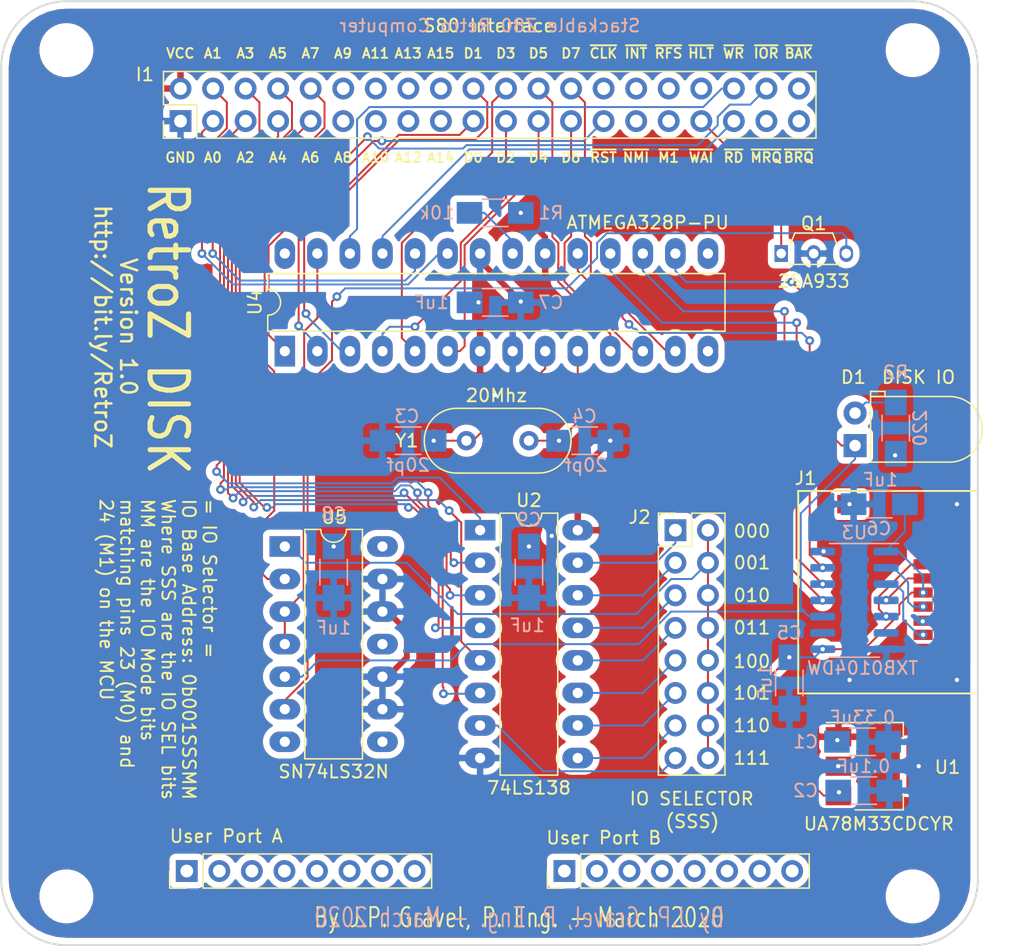
<source format=kicad_pcb>
(kicad_pcb (version 20171130) (host pcbnew "(5.1.5)-3")
  (layers (0 F.Cu signal) (31 B.Cu signal) (34 B.Paste user) (35 F.Paste user) (36 B.SilkS user) (37 F.SilkS user) (38 B.Mask user) (39 F.Mask user) (44 Edge.Cuts user))
  (net 0 "")
  (net 1 VCC)
  (net 2 GND)
  (net 3 VDD)
  (net 4 "Net-(C3-Pad1)")
  (net 5 "Net-(C4-Pad1)")
  (net 6 "Net-(D1-Pad2)")
  (net 7 /~SS)
  (net 8 /D1)
  (net 9 "Net-(I1-Pad15)")
  (net 10 "Net-(I1-Pad18)")
  (net 11 "Net-(I1-Pad16)")
  (net 12 /D5)
  (net 13 "Net-(I1-Pad12)")
  (net 14 /MODE1)
  (net 15 "Net-(I1-Pad5)")
  (net 16 "Net-(I1-Pad9)")
  (net 17 "Net-(I1-Pad13)")
  (net 18 "Net-(I1-Pad10)")
  (net 19 /MODE0)
  (net 20 "Net-(I1-Pad6)")
  (net 21 "Net-(I1-Pad14)")
  (net 22 "Net-(I1-Pad17)")
  (net 23 /D3)
  (net 24 /D0)
  (net 25 /D4)
  (net 26 /D2)
  (net 27 "Net-(I1-Pad11)")
  (net 28 "Net-(I1-Pad7)")
  (net 29 "Net-(I1-Pad8)")
  (net 30 "Net-(I1-Pad39)")
  (net 31 /~RESET)
  (net 32 /~IORQ)
  (net 33 /D6)
  (net 34 /~WAIT)
  (net 35 /~RD)
  (net 36 "Net-(I1-Pad32)")
  (net 37 /D7)
  (net 38 "Net-(I1-Pad34)")
  (net 39 "Net-(I1-Pad28)")
  (net 40 "Net-(I1-Pad40)")
  (net 41 "Net-(I1-Pad29)")
  (net 42 "Net-(I1-Pad37)")
  (net 43 /~WR)
  (net 44 "Net-(I1-Pad44)")
  (net 45 "Net-(I1-Pad46)")
  (net 46 "Net-(I1-Pad47)")
  (net 47 "Net-(I1-Pad48)")
  (net 48 "Net-(I1-Pad45)")
  (net 49 "Net-(I1-Pad42)")
  (net 50 "Net-(I1-Pad41)")
  (net 51 "Net-(I1-Pad43)")
  (net 52 "Net-(I1-Pad55)")
  (net 53 "Net-(I1-Pad52)")
  (net 54 "Net-(I1-Pad56)")
  (net 55 "Net-(I1-Pad50)")
  (net 56 "Net-(I1-Pad49)")
  (net 57 "Net-(I1-Pad54)")
  (net 58 "Net-(I1-Pad51)")
  (net 59 "Net-(I1-Pad53)")
  (net 60 /SCK)
  (net 61 /MISO)
  (net 62 /MOSI)
  (net 63 "Net-(J1-Pad8)")
  (net 64 "Net-(J1-Pad1)")
  (net 65 /~SEL)
  (net 66 "Net-(J2-Pad15)")
  (net 67 "Net-(J2-Pad13)")
  (net 68 "Net-(J2-Pad11)")
  (net 69 "Net-(J2-Pad9)")
  (net 70 "Net-(J2-Pad7)")
  (net 71 "Net-(J2-Pad5)")
  (net 72 "Net-(J2-Pad3)")
  (net 73 "Net-(J2-Pad1)")
  (net 74 "Net-(R1-Pad1)")
  (net 75 /~CS)
  (net 76 "Net-(J1-Pad7)")
  (net 77 "Net-(J1-Pad5)")
  (net 78 "Net-(J1-Pad3)")
  (net 79 "Net-(J1-Pad2)")
  (net 80 "Net-(U3-Pad6)")
  (net 81 "Net-(U3-Pad9)")
  (net 82 "Net-(Q1-Pad3)")
  (net 83 /~INT)
  (net 84 /~M1)
  (net 85 "Net-(U4-Pad14)")
  (net 86 "Net-(U4-Pad15)")
  (net 87 "Net-(U5-Pad8)")
  (net 88 "Net-(U5-Pad11)")
  (net 89 "Net-(U4-Pad28)")
  (module S80:S80-1 (layer F.Cu) (at 149.960001 100.33)
    (fp_text reference I1 (at -26.897001 -31.115) (layer F.SilkS))
    (fp_text value "S80 Interface" (at -0.049201 -34.925) (layer F.SilkS))
    (fp_text user "User Port A" (at -20.547001 28.321) (layer F.SilkS))
    (fp_text user "User Port B" (at 8.916999 28.448) (layer F.SilkS))
    (fp_text user GND (at -24.13 -24.638) (layer F.SilkS) (effects (font (size 0.762 0.762))))
    (fp_text user VCC (at -24.13 -32.766) (layer F.SilkS) (effects (font (size 0.762 0.762))))
    (fp_text user A0 (at -21.59 -24.638) (layer F.SilkS) (effects (font (size 0.762 0.762))))
    (fp_text user A3 (at -19.05 -32.766) (layer F.SilkS) (effects (font (size 0.762 0.762))))
    (fp_text user A5 (at -16.51 -32.766) (layer F.SilkS) (effects (font (size 0.762 0.762))))
    (fp_text user A7 (at -13.97 -32.766) (layer F.SilkS) (effects (font (size 0.762 0.762))))
    (fp_text user A9 (at -11.43 -32.766) (layer F.SilkS) (effects (font (size 0.762 0.762))))
    (fp_text user A11 (at -8.89 -32.766) (layer F.SilkS) (effects (font (size 0.762 0.762))))
    (fp_text user A13 (at -6.35 -32.766) (layer F.SilkS) (effects (font (size 0.762 0.762))))
    (fp_text user A15 (at -3.81 -32.766) (layer F.SilkS) (effects (font (size 0.762 0.762))))
    (fp_text user A1 (at -21.59 -32.766) (layer F.SilkS) (effects (font (size 0.762 0.762))))
    (fp_text user A2 (at -19.05 -24.638) (layer F.SilkS) (effects (font (size 0.762 0.762))))
    (fp_text user A4 (at -16.51 -24.638) (layer F.SilkS) (effects (font (size 0.762 0.762))))
    (fp_text user A6 (at -13.97 -24.638) (layer F.SilkS) (effects (font (size 0.762 0.762))))
    (fp_text user A8 (at -11.43 -24.638) (layer F.SilkS) (effects (font (size 0.762 0.762))))
    (fp_text user A10 (at -8.89 -24.638) (layer F.SilkS) (effects (font (size 0.762 0.762))))
    (fp_text user A12 (at -6.35 -24.638) (layer F.SilkS) (effects (font (size 0.762 0.762))))
    (fp_text user A14 (at -3.81 -24.638) (layer F.SilkS) (effects (font (size 0.762 0.762))))
    (fp_text user D0 (at -1.27 -24.638) (layer F.SilkS) (effects (font (size 0.762 0.762))))
    (fp_text user D2 (at 1.27 -24.638) (layer F.SilkS) (effects (font (size 0.762 0.762))))
    (fp_text user D4 (at 3.81 -24.638) (layer F.SilkS) (effects (font (size 0.762 0.762))))
    (fp_text user D6 (at 6.35 -24.638) (layer F.SilkS) (effects (font (size 0.762 0.762))))
    (fp_text user D1 (at -1.27 -32.766) (layer F.SilkS) (effects (font (size 0.762 0.762))))
    (fp_text user D3 (at 1.27 -32.766) (layer F.SilkS) (effects (font (size 0.762 0.762))))
    (fp_text user D5 (at 3.81 -32.766) (layer F.SilkS) (effects (font (size 0.762 0.762))))
    (fp_text user D7 (at 6.35 -32.766) (layer F.SilkS) (effects (font (size 0.762 0.762))))
    (fp_text user ~RST (at 8.89 -24.638) (layer F.SilkS) (effects (font (size 0.762 0.762))))
    (fp_text user ~NMI (at 11.43 -24.638) (layer F.SilkS) (effects (font (size 0.762 0.762))))
    (fp_text user ~M1 (at 13.97 -24.638) (layer F.SilkS) (effects (font (size 0.762 0.762))))
    (fp_text user ~WAI (at 16.51 -24.638) (layer F.SilkS) (effects (font (size 0.762 0.762))))
    (fp_text user ~RD (at 19.05 -24.638) (layer F.SilkS) (effects (font (size 0.762 0.762))))
    (fp_text user ~MRQ (at 21.59 -24.638) (layer F.SilkS) (effects (font (size 0.762 0.762))))
    (fp_text user ~BRQ (at 24.13 -24.638) (layer F.SilkS) (effects (font (size 0.762 0.762))))
    (fp_text user ~CLK (at 8.89 -32.766) (layer F.SilkS) (effects (font (size 0.762 0.762))))
    (fp_text user ~INT (at 11.43 -32.766) (layer F.SilkS) (effects (font (size 0.762 0.762))))
    (fp_text user ~RFS (at 13.97 -32.766) (layer F.SilkS) (effects (font (size 0.762 0.762))))
    (fp_text user ~HLT (at 16.51 -32.766) (layer F.SilkS) (effects (font (size 0.762 0.762))))
    (fp_text user ~WR (at 19.05 -32.766) (layer F.SilkS) (effects (font (size 0.762 0.762))))
    (fp_text user ~IOR (at 21.59 -32.766) (layer F.SilkS) (effects (font (size 0.762 0.762))))
    (fp_text user ~BAK (at 24.13 -32.766) (layer F.SilkS) (effects (font (size 0.762 0.762))))
    (pad 20 thru_hole oval (at -1.254367 -30.02 90) (size 1.7 1.7) (drill 1) (layers *.Cu *.Mask) (net 8 /D1))
    (pad 15 thru_hole oval (at -6.334367 -27.48 90) (size 1.7 1.7) (drill 1) (layers *.Cu *.Mask) (net 9 "Net-(I1-Pad15)"))
    (pad 18 thru_hole oval (at -3.794367 -30.02 90) (size 1.7 1.7) (drill 1) (layers *.Cu *.Mask) (net 10 "Net-(I1-Pad18)"))
    (pad 1 thru_hole rect (at -24.114367 -27.48 90) (size 1.7 1.7) (drill 1) (layers *.Cu *.Mask) (net 2 GND))
    (pad 16 thru_hole oval (at -6.334367 -30.02 90) (size 1.7 1.7) (drill 1) (layers *.Cu *.Mask) (net 11 "Net-(I1-Pad16)"))
    (pad 24 thru_hole oval (at 3.825633 -30.02 90) (size 1.7 1.7) (drill 1) (layers *.Cu *.Mask) (net 12 /D5))
    (pad 12 thru_hole oval (at -11.414367 -30.02 90) (size 1.7 1.7) (drill 1) (layers *.Cu *.Mask) (net 13 "Net-(I1-Pad12)"))
    (pad 4 thru_hole oval (at -21.574367 -30.02 90) (size 1.7 1.7) (drill 1) (layers *.Cu *.Mask) (net 14 /MODE1))
    (pad 5 thru_hole oval (at -19.034367 -27.48 90) (size 1.7 1.7) (drill 1) (layers *.Cu *.Mask) (net 15 "Net-(I1-Pad5)"))
    (pad 2 thru_hole oval (at -24.114367 -30.02 90) (size 1.7 1.7) (drill 1) (layers *.Cu *.Mask) (net 1 VCC))
    (pad 9 thru_hole oval (at -13.954367 -27.48 90) (size 1.7 1.7) (drill 1) (layers *.Cu *.Mask) (net 16 "Net-(I1-Pad9)"))
    (pad 13 thru_hole oval (at -8.874367 -27.48 90) (size 1.7 1.7) (drill 1) (layers *.Cu *.Mask) (net 17 "Net-(I1-Pad13)"))
    (pad 10 thru_hole oval (at -13.954367 -30.02 90) (size 1.7 1.7) (drill 1) (layers *.Cu *.Mask) (net 18 "Net-(I1-Pad10)"))
    (pad 3 thru_hole oval (at -21.574367 -27.48 90) (size 1.7 1.7) (drill 1) (layers *.Cu *.Mask) (net 19 /MODE0))
    (pad 6 thru_hole oval (at -19.034367 -30.02 90) (size 1.7 1.7) (drill 1) (layers *.Cu *.Mask) (net 20 "Net-(I1-Pad6)"))
    (pad 14 thru_hole oval (at -8.874367 -30.02 90) (size 1.7 1.7) (drill 1) (layers *.Cu *.Mask) (net 21 "Net-(I1-Pad14)"))
    (pad 17 thru_hole oval (at -3.794367 -27.48 90) (size 1.7 1.7) (drill 1) (layers *.Cu *.Mask) (net 22 "Net-(I1-Pad17)"))
    (pad 22 thru_hole oval (at 1.285633 -30.02 90) (size 1.7 1.7) (drill 1) (layers *.Cu *.Mask) (net 23 /D3))
    (pad 19 thru_hole oval (at -1.254367 -27.48 90) (size 1.7 1.7) (drill 1) (layers *.Cu *.Mask) (net 24 /D0))
    (pad 23 thru_hole oval (at 3.825633 -27.48 90) (size 1.7 1.7) (drill 1) (layers *.Cu *.Mask) (net 25 /D4))
    (pad 21 thru_hole oval (at 1.285633 -27.48 90) (size 1.7 1.7) (drill 1) (layers *.Cu *.Mask) (net 26 /D2))
    (pad 11 thru_hole oval (at -11.414367 -27.48 90) (size 1.7 1.7) (drill 1) (layers *.Cu *.Mask) (net 27 "Net-(I1-Pad11)"))
    (pad 7 thru_hole oval (at -16.494367 -27.48 90) (size 1.7 1.7) (drill 1) (layers *.Cu *.Mask) (net 28 "Net-(I1-Pad7)"))
    (pad 8 thru_hole oval (at -16.494367 -30.02 90) (size 1.7 1.7) (drill 1) (layers *.Cu *.Mask) (net 29 "Net-(I1-Pad8)"))
    (pad 39 thru_hole oval (at 24.145633 -27.48 90) (size 1.7 1.7) (drill 1) (layers *.Cu *.Mask) (net 30 "Net-(I1-Pad39)"))
    (pad 27 thru_hole oval (at 8.905633 -27.48 90) (size 1.7 1.7) (drill 1) (layers *.Cu *.Mask) (net 31 /~RESET))
    (pad 38 thru_hole oval (at 21.605633 -30.02 90) (size 1.7 1.7) (drill 1) (layers *.Cu *.Mask) (net 32 /~IORQ))
    (pad 25 thru_hole oval (at 6.365633 -27.48 90) (size 1.7 1.7) (drill 1) (layers *.Cu *.Mask) (net 33 /D6))
    (pad 33 thru_hole oval (at 16.525633 -27.48 90) (size 1.7 1.7) (drill 1) (layers *.Cu *.Mask) (net 34 /~WAIT))
    (pad 35 thru_hole oval (at 19.065633 -27.48 90) (size 1.7 1.7) (drill 1) (layers *.Cu *.Mask) (net 35 /~RD))
    (pad 31 thru_hole oval (at 13.985633 -27.48 90) (size 1.7 1.7) (drill 1) (layers *.Cu *.Mask) (net 84 /~M1))
    (pad 32 thru_hole oval (at 13.985633 -30.02 90) (size 1.7 1.7) (drill 1) (layers *.Cu *.Mask) (net 36 "Net-(I1-Pad32)"))
    (pad 26 thru_hole oval (at 6.365633 -30.02 90) (size 1.7 1.7) (drill 1) (layers *.Cu *.Mask) (net 37 /D7))
    (pad 34 thru_hole oval (at 16.525633 -30.02 90) (size 1.7 1.7) (drill 1) (layers *.Cu *.Mask) (net 38 "Net-(I1-Pad34)"))
    (pad 28 thru_hole oval (at 8.905633 -30.02 90) (size 1.7 1.7) (drill 1) (layers *.Cu *.Mask) (net 39 "Net-(I1-Pad28)"))
    (pad 40 thru_hole oval (at 24.145633 -30.02 90) (size 1.7 1.7) (drill 1) (layers *.Cu *.Mask) (net 40 "Net-(I1-Pad40)"))
    (pad 29 thru_hole oval (at 11.445633 -27.48 90) (size 1.7 1.7) (drill 1) (layers *.Cu *.Mask) (net 41 "Net-(I1-Pad29)"))
    (pad 37 thru_hole oval (at 21.605633 -27.48 90) (size 1.7 1.7) (drill 1) (layers *.Cu *.Mask) (net 42 "Net-(I1-Pad37)"))
    (pad 36 thru_hole oval (at 19.065633 -30.02 90) (size 1.7 1.7) (drill 1) (layers *.Cu *.Mask) (net 43 /~WR))
    (pad 30 thru_hole oval (at 11.445633 -30.02 90) (size 1.7 1.7) (drill 1) (layers *.Cu *.Mask) (net 83 /~INT))
    (pad 44 thru_hole oval (at -16.0054 31.042 90) (size 1.7 1.7) (drill 1) (layers *.Cu *.Mask) (net 44 "Net-(I1-Pad44)"))
    (pad 46 thru_hole oval (at -10.9254 31.042 90) (size 1.7 1.7) (drill 1) (layers *.Cu *.Mask) (net 45 "Net-(I1-Pad46)"))
    (pad 47 thru_hole oval (at -8.3854 31.042 90) (size 1.7 1.7) (drill 1) (layers *.Cu *.Mask) (net 46 "Net-(I1-Pad47)"))
    (pad 48 thru_hole oval (at -5.8454 31.042 90) (size 1.7 1.7) (drill 1) (layers *.Cu *.Mask) (net 47 "Net-(I1-Pad48)"))
    (pad 45 thru_hole oval (at -13.4654 31.042 90) (size 1.7 1.7) (drill 1) (layers *.Cu *.Mask) (net 48 "Net-(I1-Pad45)"))
    (pad 42 thru_hole oval (at -21.0854 31.042 90) (size 1.7 1.7) (drill 1) (layers *.Cu *.Mask) (net 49 "Net-(I1-Pad42)"))
    (pad 41 thru_hole rect (at -23.6254 31.042 90) (size 1.7 1.7) (drill 1) (layers *.Cu *.Mask) (net 50 "Net-(I1-Pad41)"))
    (pad 43 thru_hole oval (at -18.5454 31.042 90) (size 1.7 1.7) (drill 1) (layers *.Cu *.Mask) (net 51 "Net-(I1-Pad43)"))
    (pad 55 thru_hole oval (at 21.0786 31.042 90) (size 1.7 1.7) (drill 1) (layers *.Cu *.Mask) (net 52 "Net-(I1-Pad55)"))
    (pad 52 thru_hole oval (at 13.4586 31.042 90) (size 1.7 1.7) (drill 1) (layers *.Cu *.Mask) (net 53 "Net-(I1-Pad52)"))
    (pad 56 thru_hole oval (at 23.6186 31.042 90) (size 1.7 1.7) (drill 1) (layers *.Cu *.Mask) (net 54 "Net-(I1-Pad56)"))
    (pad 50 thru_hole oval (at 8.3786 31.042 90) (size 1.7 1.7) (drill 1) (layers *.Cu *.Mask) (net 55 "Net-(I1-Pad50)"))
    (pad 49 thru_hole rect (at 5.8386 31.042 90) (size 1.7 1.7) (drill 1) (layers *.Cu *.Mask) (net 56 "Net-(I1-Pad49)"))
    (pad 54 thru_hole oval (at 18.5386 31.042 90) (size 1.7 1.7) (drill 1) (layers *.Cu *.Mask) (net 57 "Net-(I1-Pad54)"))
    (pad 51 thru_hole oval (at 10.9186 31.042 90) (size 1.7 1.7) (drill 1) (layers *.Cu *.Mask) (net 58 "Net-(I1-Pad51)"))
    (pad 53 thru_hole oval (at 15.9986 31.042 90) (size 1.7 1.7) (drill 1) (layers *.Cu *.Mask) (net 59 "Net-(I1-Pad53)"))
    (pad "" np_thru_hole circle (at -33.02 -33.02) (size 3.2 3.2) (drill 3.2) (layers *.Cu *.Mask))
    (pad "" np_thru_hole circle (at 33.02 -33.02) (size 3.2 3.2) (drill 3.2) (layers *.Cu *.Mask))
    (pad "" np_thru_hole circle (at 33.02 33.02) (size 3.2 3.2) (drill 3.2) (layers *.Cu *.Mask))
    (pad "" np_thru_hole circle (at -33.02 33.02) (size 3.2 3.2) (drill 3.2) (layers *.Cu *.Mask))
  )
  (module Package_DIP:DIP-14_W7.62mm_LongPads (layer F.Cu) (at 133.985 106.045)
    (fp_text reference U5 (at 3.8735 -2.286) (layer F.SilkS))
    (fp_text value SN74LS32N (at 3.81 17.57) (layer F.SilkS))
    (pad 1 thru_hole rect (at 0 0) (size 2.4 1.6) (drill 0.8) (layers *.Cu *.Mask) (net 65 /~SEL))
    (pad 8 thru_hole oval (at 7.62 15.24) (size 2.4 1.6) (drill 0.8) (layers *.Cu *.Mask) (net 87 "Net-(U5-Pad8)"))
    (pad 2 thru_hole oval (at 0 2.54) (size 2.4 1.6) (drill 0.8) (layers *.Cu *.Mask) (net 32 /~IORQ))
    (pad 9 thru_hole oval (at 7.62 12.7) (size 2.4 1.6) (drill 0.8) (layers *.Cu *.Mask) (net 2 GND))
    (pad 3 thru_hole oval (at 0 5.08) (size 2.4 1.6) (drill 0.8) (layers *.Cu *.Mask) (net 75 /~CS))
    (pad 10 thru_hole oval (at 7.62 10.16) (size 2.4 1.6) (drill 0.8) (layers *.Cu *.Mask) (net 2 GND))
    (pad 4 thru_hole oval (at 0 7.62) (size 2.4 1.6) (drill 0.8) (layers *.Cu *.Mask) (net 75 /~CS))
    (pad 11 thru_hole oval (at 7.62 7.62) (size 2.4 1.6) (drill 0.8) (layers *.Cu *.Mask) (net 88 "Net-(U5-Pad11)"))
    (pad 5 thru_hole oval (at 0 10.16) (size 2.4 1.6) (drill 0.8) (layers *.Cu *.Mask) (net 7 /~SS))
    (pad 12 thru_hole oval (at 7.62 5.08) (size 2.4 1.6) (drill 0.8) (layers *.Cu *.Mask) (net 2 GND))
    (pad 6 thru_hole oval (at 0 12.7) (size 2.4 1.6) (drill 0.8) (layers *.Cu *.Mask) (net 82 "Net-(Q1-Pad3)"))
    (pad 13 thru_hole oval (at 7.62 2.54) (size 2.4 1.6) (drill 0.8) (layers *.Cu *.Mask) (net 2 GND))
    (pad 7 thru_hole oval (at 0 15.24) (size 2.4 1.6) (drill 0.8) (layers *.Cu *.Mask))
    (pad 14 thru_hole oval (at 7.62 0) (size 2.4 1.6) (drill 0.8) (layers *.Cu *.Mask))
  )
  (module Resistors_SMD:R_1206_HandSoldering (layer B.Cu) (at 180.372 102.743 180)
    (fp_text reference C6 (at 0.032 -1.905 180) (layer B.SilkS) (effects (justify mirror)))
    (fp_text value 1uF (at -0.095 1.905 180) (layer B.SilkS) (effects (justify mirror)))
    (pad 1 smd rect (at -2 0 180) (size 2 1.7) (layers B.Cu B.Paste B.Mask) (net 3 VDD))
    (pad 2 smd rect (at 2 0 180) (size 2 1.7) (layers B.Cu B.Paste B.Mask) (net 2 GND))
  )
  (module Package_SO:SOIC-14_3.9x8.7mm_P1.27mm (layer B.Cu) (at 178.435 110.2487 180)
    (fp_text reference U3 (at 0 5.28) (layer B.SilkS) (effects (justify mirror)))
    (fp_text value TXB0104DW (at -0.635 -5.28) (layer B.SilkS) (effects (justify mirror)))
    (pad 1 smd roundrect (at -2.475 3.81 180) (size 1.95 0.6) (layers B.Cu B.Paste B.Mask) (net 3 VDD))
    (pad 2 smd roundrect (at -2.475 2.54 180) (size 1.95 0.6) (layers B.Cu B.Paste B.Mask) (net 77 "Net-(J1-Pad5)"))
    (pad 3 smd roundrect (at -2.475 1.27 180) (size 1.95 0.6) (layers B.Cu B.Paste B.Mask) (net 76 "Net-(J1-Pad7)"))
    (pad 4 smd roundrect (at -2.475 0 180) (size 1.95 0.6) (layers B.Cu B.Paste B.Mask) (net 78 "Net-(J1-Pad3)"))
    (pad 5 smd roundrect (at -2.475 -1.27 180) (size 1.95 0.6) (layers B.Cu B.Paste B.Mask) (net 79 "Net-(J1-Pad2)"))
    (pad 6 smd roundrect (at -2.475 -2.54 180) (size 1.95 0.6) (layers B.Cu B.Paste B.Mask) (net 80 "Net-(U3-Pad6)"))
    (pad 7 smd roundrect (at -2.475 -3.81 180) (size 1.95 0.6) (layers B.Cu B.Paste B.Mask) (net 2 GND))
    (pad 8 smd roundrect (at 2.475 -3.81 180) (size 1.95 0.6) (layers B.Cu B.Paste B.Mask) (net 3 VDD))
    (pad 9 smd roundrect (at 2.475 -2.54 180) (size 1.95 0.6) (layers B.Cu B.Paste B.Mask) (net 81 "Net-(U3-Pad9)"))
    (pad 10 smd roundrect (at 2.475 -1.27 180) (size 1.95 0.6) (layers B.Cu B.Paste B.Mask) (net 7 /~SS))
    (pad 11 smd roundrect (at 2.475 0 180) (size 1.95 0.6) (layers B.Cu B.Paste B.Mask) (net 62 /MOSI))
    (pad 12 smd roundrect (at 2.475 1.27 180) (size 1.95 0.6) (layers B.Cu B.Paste B.Mask) (net 61 /MISO))
    (pad 13 smd roundrect (at 2.475 2.54 180) (size 1.95 0.6) (layers B.Cu B.Paste B.Mask) (net 60 /SCK))
    (pad 14 smd roundrect (at 2.475 3.81 180) (size 1.95 0.6) (layers B.Cu B.Paste B.Mask) (net 1 VCC))
  )
  (module Resistors_SMD:R_1206_HandSoldering (layer B.Cu) (at 179.07 121.285)
    (fp_text reference C1 (at -4.445 0) (layer B.SilkS) (effects (justify mirror)))
    (fp_text value 0.33uF (at 0 -1.9) (layer B.SilkS) (effects (justify mirror)))
    (pad 1 smd rect (at -2 0) (size 2 1.7) (layers B.Cu B.Paste B.Mask) (net 1 VCC))
    (pad 2 smd rect (at 2 0) (size 2 1.7) (layers B.Cu B.Paste B.Mask) (net 2 GND))
  )
  (module Resistors_SMD:R_1206_HandSoldering (layer B.Cu) (at 179.165 125.095)
    (fp_text reference C2 (at -4.54 0) (layer B.SilkS) (effects (justify mirror)))
    (fp_text value 0.1uF (at 0 -1.9) (layer B.SilkS) (effects (justify mirror)))
    (pad 2 smd rect (at 2 0) (size 2 1.7) (layers B.Cu B.Paste B.Mask) (net 2 GND))
    (pad 1 smd rect (at -2 0) (size 2 1.7) (layers B.Cu B.Paste B.Mask) (net 3 VDD))
  )
  (module Resistors_SMD:R_1206_HandSoldering (layer B.Cu) (at 143.605 97.79 180)
    (fp_text reference C3 (at 0.095 1.905 180) (layer B.SilkS) (effects (justify mirror)))
    (fp_text value 20pf (at 0 -1.9 180) (layer B.SilkS) (effects (justify mirror)))
    (pad 2 smd rect (at 2 0 180) (size 2 1.7) (layers B.Cu B.Paste B.Mask) (net 2 GND))
    (pad 1 smd rect (at -2 0 180) (size 2 1.7) (layers B.Cu B.Paste B.Mask) (net 4 "Net-(C3-Pad1)"))
  )
  (module Resistors_SMD:R_1206_HandSoldering (layer B.Cu) (at 157.385 97.79)
    (fp_text reference C4 (at -0.032 -1.905 180) (layer B.SilkS) (effects (justify mirror)))
    (fp_text value 20pf (at 0.095 1.905 180) (layer B.SilkS) (effects (justify mirror)))
    (pad 1 smd rect (at -2 0) (size 2 1.7) (layers B.Cu B.Paste B.Mask) (net 5 "Net-(C4-Pad1)"))
    (pad 2 smd rect (at 2 0) (size 2 1.7) (layers B.Cu B.Paste B.Mask) (net 2 GND))
  )
  (module Resistors_SMD:R_1206_HandSoldering (layer B.Cu) (at 173.355 116.6937 270)
    (fp_text reference C5 (at -3.905 0) (layer B.SilkS) (effects (justify mirror)))
    (fp_text value 1uF (at -0.095 1.905 270) (layer B.SilkS) (effects (justify mirror)))
    (pad 2 smd rect (at 2 0 270) (size 2 1.7) (layers B.Cu B.Paste B.Mask) (net 2 GND))
    (pad 1 smd rect (at -2 0 270) (size 2 1.7) (layers B.Cu B.Paste B.Mask) (net 3 VDD))
  )
  (module Resistors_SMD:R_1206_HandSoldering (layer B.Cu) (at 150.4 86.995)
    (fp_text reference C7 (at 4.35 0 180) (layer B.SilkS) (effects (justify mirror)))
    (fp_text value 1uF (at -4.985 0 180) (layer B.SilkS) (effects (justify mirror)))
    (pad 2 smd rect (at 2 0) (size 2 1.7) (layers B.Cu B.Paste B.Mask) (net 2 GND))
    (pad 1 smd rect (at -2 0) (size 2 1.7) (layers B.Cu B.Paste B.Mask) (net 1 VCC))
  )
  (module Resistors_SMD:R_1206_HandSoldering (layer B.Cu) (at 137.795 108.045 270)
    (fp_text reference C8 (at -4.54 0) (layer B.SilkS) (effects (justify mirror)))
    (fp_text value 1uF (at 4.35 0) (layer B.SilkS) (effects (justify mirror)))
    (pad 1 smd rect (at -2 0 270) (size 2 1.7) (layers B.Cu B.Paste B.Mask) (net 1 VCC))
    (pad 2 smd rect (at 2 0 270) (size 2 1.7) (layers B.Cu B.Paste B.Mask) (net 2 GND))
  )
  (module Resistors_SMD:R_1206_HandSoldering (layer B.Cu) (at 153.035 108.045 270)
    (fp_text reference C9 (at -4.096 0) (layer B.SilkS) (effects (justify mirror)))
    (fp_text value 1uF (at 4.159 0.127) (layer B.SilkS) (effects (justify mirror)))
    (pad 2 smd rect (at 2 0 270) (size 2 1.7) (layers B.Cu B.Paste B.Mask) (net 2 GND))
    (pad 1 smd rect (at -2 0 270) (size 2 1.7) (layers B.Cu B.Paste B.Mask) (net 1 VCC))
  )
  (module LEDs:LED_D5.0mm_Horizontal_O1.27mm_Z3.0mm (layer F.Cu) (at 178.4858 98.171 90)
    (fp_text reference D1 (at 5.334 -0.127 180) (layer F.SilkS))
    (fp_text value "DISK IO" (at 5.334 4.953 180) (layer F.SilkS))
    (pad 2 thru_hole circle (at 2.54 0 90) (size 1.8 1.8) (drill 0.9) (layers *.Cu *.Mask) (net 6 "Net-(D1-Pad2)"))
    (pad 1 thru_hole rect (at 0 0 90) (size 1.8 1.8) (drill 0.9) (layers *.Cu *.Mask) (net 7 /~SS))
  )
  (module Connectors_Card:MicroSd_Wurth_693072010801 (layer F.Cu) (at 182.245 109.6137 90)
    (fp_text reference J1 (at 8.89 -7.62 180) (layer F.SilkS))
    (fp_text value Micro_SD_Card)
    (pad 9 smd rect (at -6.875 4.15 90) (size 1.45 2) (layers F.Cu F.Paste F.Mask) (net 2 GND))
    (pad 9 smd rect (at -6.875 -4.15 90) (size 1.45 2) (layers F.Cu F.Paste F.Mask) (net 2 GND))
    (pad 9 smd rect (at 6.875 4.15 90) (size 1.45 2) (layers F.Cu F.Paste F.Mask) (net 2 GND))
    (pad 9 smd rect (at 6.875 -4.15 90) (size 1.45 2) (layers F.Cu F.Paste F.Mask) (net 2 GND))
    (pad 8 smd rect (at -4.425 1.55 90) (size 0.8 1.5) (layers F.Cu F.Paste F.Mask) (net 63 "Net-(J1-Pad8)"))
    (pad 7 smd rect (at -3.325 1.55 90) (size 0.8 1.5) (layers F.Cu F.Paste F.Mask) (net 76 "Net-(J1-Pad7)"))
    (pad 6 smd rect (at -2.225 1.55 90) (size 0.8 1.5) (layers F.Cu F.Paste F.Mask) (net 2 GND))
    (pad 5 smd rect (at -1.125 1.55 90) (size 0.8 1.5) (layers F.Cu F.Paste F.Mask) (net 77 "Net-(J1-Pad5)"))
    (pad 4 smd rect (at -0.025 1.55 90) (size 0.8 1.5) (layers F.Cu F.Paste F.Mask) (net 3 VDD))
    (pad 3 smd rect (at 1.075 1.55 90) (size 0.8 1.5) (layers F.Cu F.Paste F.Mask) (net 78 "Net-(J1-Pad3)"))
    (pad 2 smd rect (at 2.175 1.55 90) (size 0.8 1.5) (layers F.Cu F.Paste F.Mask) (net 79 "Net-(J1-Pad2)"))
    (pad 1 smd rect (at 3.275 1.55 90) (size 0.8 1.5) (layers F.Cu F.Paste F.Mask) (net 64 "Net-(J1-Pad1)"))
  )
  (module Pin_Headers:Pin_Header_Straight_2x08_Pitch2.54mm (layer F.Cu) (at 164.465 104.775)
    (fp_text reference J2 (at -2.794 -1.016) (layer F.SilkS))
    (fp_text value "IO SELECTOR" (at 1.27 20.955) (layer F.SilkS))
    (pad 16 thru_hole oval (at 2.54 17.78) (size 1.7 1.7) (drill 1) (layers *.Cu *.Mask) (net 65 /~SEL))
    (pad 15 thru_hole oval (at 0 17.78) (size 1.7 1.7) (drill 1) (layers *.Cu *.Mask) (net 66 "Net-(J2-Pad15)"))
    (pad 14 thru_hole oval (at 2.54 15.24) (size 1.7 1.7) (drill 1) (layers *.Cu *.Mask) (net 65 /~SEL))
    (pad 13 thru_hole oval (at 0 15.24) (size 1.7 1.7) (drill 1) (layers *.Cu *.Mask) (net 67 "Net-(J2-Pad13)"))
    (pad 12 thru_hole oval (at 2.54 12.7) (size 1.7 1.7) (drill 1) (layers *.Cu *.Mask) (net 65 /~SEL))
    (pad 11 thru_hole oval (at 0 12.7) (size 1.7 1.7) (drill 1) (layers *.Cu *.Mask) (net 68 "Net-(J2-Pad11)"))
    (pad 10 thru_hole oval (at 2.54 10.16) (size 1.7 1.7) (drill 1) (layers *.Cu *.Mask) (net 65 /~SEL))
    (pad 9 thru_hole oval (at 0 10.16) (size 1.7 1.7) (drill 1) (layers *.Cu *.Mask) (net 69 "Net-(J2-Pad9)"))
    (pad 8 thru_hole oval (at 2.54 7.62) (size 1.7 1.7) (drill 1) (layers *.Cu *.Mask) (net 65 /~SEL))
    (pad 7 thru_hole oval (at 0 7.62) (size 1.7 1.7) (drill 1) (layers *.Cu *.Mask) (net 70 "Net-(J2-Pad7)"))
    (pad 6 thru_hole oval (at 2.54 5.08) (size 1.7 1.7) (drill 1) (layers *.Cu *.Mask) (net 65 /~SEL))
    (pad 5 thru_hole oval (at 0 5.08) (size 1.7 1.7) (drill 1) (layers *.Cu *.Mask) (net 71 "Net-(J2-Pad5)"))
    (pad 4 thru_hole oval (at 2.54 2.54) (size 1.7 1.7) (drill 1) (layers *.Cu *.Mask) (net 65 /~SEL))
    (pad 3 thru_hole oval (at 0 2.54) (size 1.7 1.7) (drill 1) (layers *.Cu *.Mask) (net 72 "Net-(J2-Pad3)"))
    (pad 2 thru_hole oval (at 2.54 0) (size 1.7 1.7) (drill 1) (layers *.Cu *.Mask) (net 65 /~SEL))
    (pad 1 thru_hole rect (at 0 0) (size 1.7 1.7) (drill 1) (layers *.Cu *.Mask) (net 73 "Net-(J2-Pad1)"))
  )
  (module TO_SOT_Packages_SMD:SOT-223-3_TabPin2 (layer F.Cu) (at 180.34 123.19)
    (fp_text reference U1 (at 5.3594 0.0762) (layer F.SilkS))
    (fp_text value UA78M33CDCYR (at 0 4.5) (layer F.SilkS))
    (pad 1 smd rect (at -3.15 -2.3) (size 2 1.5) (layers F.Cu F.Paste F.Mask) (net 1 VCC))
    (pad 3 smd rect (at -3.15 2.3) (size 2 1.5) (layers F.Cu F.Paste F.Mask) (net 3 VDD))
    (pad 2 smd rect (at -3.15 0) (size 2 1.5) (layers F.Cu F.Paste F.Mask) (net 2 GND))
    (pad 2 smd rect (at 3.15 0) (size 2 3.8) (layers F.Cu F.Paste F.Mask) (net 2 GND))
  )
  (module Crystals:Crystal_HC49-4H_Vertical (layer F.Cu) (at 153.035 97.79 180)
    (fp_text reference Y1 (at 9.525 0) (layer F.SilkS))
    (fp_text value 20Mhz (at 2.54 3.5306) (layer F.SilkS))
    (pad 2 thru_hole circle (at 4.88 0 180) (size 1.5 1.5) (drill 0.8) (layers *.Cu *.Mask) (net 4 "Net-(C3-Pad1)"))
    (pad 1 thru_hole circle (at 0 0 180) (size 1.5 1.5) (drill 0.8) (layers *.Cu *.Mask) (net 5 "Net-(C4-Pad1)"))
  )
  (module Resistors_SMD:R_1206_HandSoldering (layer B.Cu) (at 150.4 80.01)
    (fp_text reference R1 (at 4.35 0 180) (layer B.SilkS) (effects (justify mirror)))
    (fp_text value 10k (at -4.54 0 180) (layer B.SilkS) (effects (justify mirror)))
    (pad 1 smd rect (at -2 0) (size 2 1.7) (layers B.Cu B.Paste B.Mask) (net 74 "Net-(R1-Pad1)"))
    (pad 2 smd rect (at 2 0) (size 2 1.7) (layers B.Cu B.Paste B.Mask) (net 1 VCC))
  )
  (module Resistors_SMD:R_1206_HandSoldering (layer B.Cu) (at 181.6608 96.806 90)
    (fp_text reference R2 (at 4.35 0) (layer B.SilkS) (effects (justify mirror)))
    (fp_text value 220 (at 0 1.905 270) (layer B.SilkS) (effects (justify mirror)))
    (pad 2 smd rect (at 2 0 90) (size 2 1.7) (layers B.Cu B.Paste B.Mask) (net 6 "Net-(D1-Pad2)"))
    (pad 1 smd rect (at -2 0 90) (size 2 1.7) (layers B.Cu B.Paste B.Mask) (net 1 VCC))
  )
  (module Package_TO_SOT_THT:TO-92S_Wide (layer F.Cu) (at 172.72 83.185)
    (fp_text reference Q1 (at 2.54 -2.3495) (layer F.SilkS))
    (fp_text value 2SA933 (at 2.54 2.159) (layer F.SilkS))
    (pad 2 thru_hole oval (at 2.54 0 180) (size 1.05 1.3) (drill 0.75) (layers *.Cu *.Mask) (net 2 GND))
    (pad 3 thru_hole oval (at 5.08 0 180) (size 1.05 1.3) (drill 0.75) (layers *.Cu *.Mask) (net 82 "Net-(Q1-Pad3)"))
    (pad 1 thru_hole rect (at 0 0 180) (size 1.05 1.3) (drill 0.75) (layers *.Cu *.Mask) (net 34 /~WAIT))
  )
  (module Package_DIP:DIP-16_W7.62mm_LongPads (layer F.Cu) (at 149.225 104.775)
    (fp_text reference U2 (at 3.81 -2.33) (layer F.SilkS))
    (fp_text value 74LS138 (at 3.81 20.11) (layer F.SilkS))
    (pad 1 thru_hole rect (at 0 0) (size 2.4 1.6) (drill 0.8) (layers *.Cu *.Mask) (net 15 "Net-(I1-Pad5)"))
    (pad 9 thru_hole oval (at 7.62 17.78) (size 2.4 1.6) (drill 0.8) (layers *.Cu *.Mask) (net 67 "Net-(J2-Pad13)"))
    (pad 2 thru_hole oval (at 0 2.54) (size 2.4 1.6) (drill 0.8) (layers *.Cu *.Mask) (net 20 "Net-(I1-Pad6)"))
    (pad 10 thru_hole oval (at 7.62 15.24) (size 2.4 1.6) (drill 0.8) (layers *.Cu *.Mask) (net 68 "Net-(J2-Pad11)"))
    (pad 3 thru_hole oval (at 0 5.08) (size 2.4 1.6) (drill 0.8) (layers *.Cu *.Mask) (net 28 "Net-(I1-Pad7)"))
    (pad 11 thru_hole oval (at 7.62 12.7) (size 2.4 1.6) (drill 0.8) (layers *.Cu *.Mask) (net 69 "Net-(J2-Pad9)"))
    (pad 4 thru_hole oval (at 0 7.62) (size 2.4 1.6) (drill 0.8) (layers *.Cu *.Mask) (net 18 "Net-(I1-Pad10)"))
    (pad 12 thru_hole oval (at 7.62 10.16) (size 2.4 1.6) (drill 0.8) (layers *.Cu *.Mask) (net 70 "Net-(J2-Pad7)"))
    (pad 5 thru_hole oval (at 0 10.16) (size 2.4 1.6) (drill 0.8) (layers *.Cu *.Mask) (net 16 "Net-(I1-Pad9)"))
    (pad 13 thru_hole oval (at 7.62 7.62) (size 2.4 1.6) (drill 0.8) (layers *.Cu *.Mask) (net 71 "Net-(J2-Pad5)"))
    (pad 6 thru_hole oval (at 0 12.7) (size 2.4 1.6) (drill 0.8) (layers *.Cu *.Mask) (net 29 "Net-(I1-Pad8)"))
    (pad 14 thru_hole oval (at 7.62 5.08) (size 2.4 1.6) (drill 0.8) (layers *.Cu *.Mask) (net 72 "Net-(J2-Pad3)"))
    (pad 7 thru_hole oval (at 0 15.24) (size 2.4 1.6) (drill 0.8) (layers *.Cu *.Mask) (net 66 "Net-(J2-Pad15)"))
    (pad 15 thru_hole oval (at 7.62 2.54) (size 2.4 1.6) (drill 0.8) (layers *.Cu *.Mask) (net 73 "Net-(J2-Pad1)"))
    (pad 8 thru_hole oval (at 0 17.78) (size 2.4 1.6) (drill 0.8) (layers *.Cu *.Mask) (net 2 GND))
    (pad 16 thru_hole oval (at 7.62 0) (size 2.4 1.6) (drill 0.8) (layers *.Cu *.Mask) (net 1 VCC))
  )
  (module Package_DIP:DIP-28_W7.62mm_LongPads (layer F.Cu) (at 133.985 90.805 90)
    (fp_text reference U4 (at 3.81 -2.33 90) (layer F.SilkS))
    (fp_text value ATMEGA328P-PU (at 10.033 28.321 180) (layer F.SilkS))
    (pad 1 thru_hole rect (at 0 0 90) (size 2.4 1.6) (drill 0.8) (layers *.Cu *.Mask) (net 31 /~RESET))
    (pad 15 thru_hole oval (at 7.62 33.02 90) (size 2.4 1.6) (drill 0.8) (layers *.Cu *.Mask) (net 86 "Net-(U4-Pad15)"))
    (pad 2 thru_hole oval (at 0 2.54 90) (size 2.4 1.6) (drill 0.8) (layers *.Cu *.Mask) (net 24 /D0))
    (pad 16 thru_hole oval (at 7.62 30.48 90) (size 2.4 1.6) (drill 0.8) (layers *.Cu *.Mask) (net 7 /~SS))
    (pad 3 thru_hole oval (at 0 5.08 90) (size 2.4 1.6) (drill 0.8) (layers *.Cu *.Mask) (net 8 /D1))
    (pad 17 thru_hole oval (at 7.62 27.94 90) (size 2.4 1.6) (drill 0.8) (layers *.Cu *.Mask) (net 62 /MOSI))
    (pad 4 thru_hole oval (at 0 7.62 90) (size 2.4 1.6) (drill 0.8) (layers *.Cu *.Mask) (net 26 /D2))
    (pad 18 thru_hole oval (at 7.62 25.4 90) (size 2.4 1.6) (drill 0.8) (layers *.Cu *.Mask) (net 61 /MISO))
    (pad 5 thru_hole oval (at 0 10.16 90) (size 2.4 1.6) (drill 0.8) (layers *.Cu *.Mask) (net 23 /D3))
    (pad 19 thru_hole oval (at 7.62 22.86 90) (size 2.4 1.6) (drill 0.8) (layers *.Cu *.Mask) (net 60 /SCK))
    (pad 6 thru_hole oval (at 0 12.7 90) (size 2.4 1.6) (drill 0.8) (layers *.Cu *.Mask) (net 25 /D4))
    (pad 20 thru_hole oval (at 7.62 20.32 90) (size 2.4 1.6) (drill 0.8) (layers *.Cu *.Mask) (net 1 VCC))
    (pad 7 thru_hole oval (at 0 15.24 90) (size 2.4 1.6) (drill 0.8) (layers *.Cu *.Mask) (net 1 VCC))
    (pad 21 thru_hole oval (at 7.62 17.78 90) (size 2.4 1.6) (drill 0.8) (layers *.Cu *.Mask) (net 74 "Net-(R1-Pad1)"))
    (pad 8 thru_hole oval (at 0 17.78 90) (size 2.4 1.6) (drill 0.8) (layers *.Cu *.Mask) (net 2 GND))
    (pad 22 thru_hole oval (at 7.62 15.24 90) (size 2.4 1.6) (drill 0.8) (layers *.Cu *.Mask) (net 2 GND))
    (pad 9 thru_hole oval (at 0 20.32 90) (size 2.4 1.6) (drill 0.8) (layers *.Cu *.Mask) (net 4 "Net-(C3-Pad1)"))
    (pad 23 thru_hole oval (at 7.62 12.7 90) (size 2.4 1.6) (drill 0.8) (layers *.Cu *.Mask) (net 19 /MODE0))
    (pad 10 thru_hole oval (at 0 22.86 90) (size 2.4 1.6) (drill 0.8) (layers *.Cu *.Mask) (net 5 "Net-(C4-Pad1)"))
    (pad 24 thru_hole oval (at 7.62 10.16 90) (size 2.4 1.6) (drill 0.8) (layers *.Cu *.Mask) (net 14 /MODE1))
    (pad 11 thru_hole oval (at 0 25.4 90) (size 2.4 1.6) (drill 0.8) (layers *.Cu *.Mask) (net 12 /D5))
    (pad 25 thru_hole oval (at 7.62 7.62 90) (size 2.4 1.6) (drill 0.8) (layers *.Cu *.Mask) (net 35 /~RD))
    (pad 12 thru_hole oval (at 0 27.94 90) (size 2.4 1.6) (drill 0.8) (layers *.Cu *.Mask) (net 33 /D6))
    (pad 26 thru_hole oval (at 7.62 5.08 90) (size 2.4 1.6) (drill 0.8) (layers *.Cu *.Mask) (net 43 /~WR))
    (pad 13 thru_hole oval (at 0 30.48 90) (size 2.4 1.6) (drill 0.8) (layers *.Cu *.Mask) (net 37 /D7))
    (pad 27 thru_hole oval (at 7.62 2.54 90) (size 2.4 1.6) (drill 0.8) (layers *.Cu *.Mask) (net 75 /~CS))
    (pad 14 thru_hole oval (at 0 33.02 90) (size 2.4 1.6) (drill 0.8) (layers *.Cu *.Mask) (net 85 "Net-(U4-Pad14)"))
    (pad 28 thru_hole oval (at 7.62 0 90) (size 2.4 1.6) (drill 0.8) (layers *.Cu *.Mask) (net 89 "Net-(U4-Pad28)"))
  )
  (gr_text "By J.P. Gravel, P. Eng. - March 2020" (at 152.273 135.001) (layer B.SilkS) (effects (font (size 1.5 1.1)) (justify mirror)))
  (gr_text "By J.P. Gravel, P. Eng. - March 2020" (at 152.273 135.001) (layer F.SilkS) (effects (font (size 1.5 1.1))))
  (gr_text "Version 1.0\nhttp://bit.ly/RetroZ" (at 120.777 88.9 270) (layer F.SilkS) (effects (font (size 1.25 1.25) (thickness 0.2))))
  (gr_text "RetroZ DISK" (at 124.841 89.027 270) (layer F.SilkS) (effects (font (size 3 2.5) (thickness 0.4))))
  (gr_text "Stackable Z80 Retro Computer" (at 149.987 65.405) (layer B.SilkS) (effects (font (size 1 1)) (justify mirror)))
  (gr_text 100 (at 168.91 115.0112) (layer F.SilkS) (effects (font (size 1 1)) (justify left)))
  (gr_text 111 (at 168.91 122.555) (layer F.SilkS) (effects (font (size 1 1)) (justify left)))
  (gr_text 110 (at 168.91 120.015) (layer F.SilkS) (effects (font (size 1 1)) (justify left)))
  (gr_text 101 (at 168.91 117.475) (layer F.SilkS) (effects (font (size 1 1)) (justify left)))
  (gr_text 011 (at 168.91 112.395) (layer F.SilkS) (effects (font (size 1 1)) (justify left)))
  (gr_text 010 (at 168.91 109.855) (layer F.SilkS) (effects (font (size 1 1)) (justify left)))
  (gr_text 001 (at 168.91 107.315) (layer F.SilkS) (effects (font (size 1 1)) (justify left)))
  (gr_text 000 (at 168.91 104.8512) (layer F.SilkS) (effects (font (size 1 1)) (justify left)))
  (gr_text "(SSS)" (at 165.7858 127.508) (layer F.SilkS) (effects (font (size 1 1))))
  (gr_text "= IO Selector =\nIO Base Address: 0b001SSSMM\nWhere SSS are the IO SEL bits\nMM are the IO Mode bits\nmatching pins 23 (M0) and \n24 (M1) on the MCU" (at 124.079 102.235 270) (layer F.SilkS) (effects (font (size 1 1)) (justify left)))
  (gr_arc (start 116.9416 132.08) (end 111.8616 132.08) (angle -90) (layer Edge.Cuts) (width 0.15))
  (gr_arc (start 116.9416 68.58) (end 116.9416 63.5) (angle -90) (layer Edge.Cuts) (width 0.15))
  (gr_arc (start 182.9816 68.58) (end 188.0616 68.58) (angle -90) (layer Edge.Cuts) (width 0.15))
  (gr_arc (start 182.9816 132.08) (end 182.9816 137.16) (angle -90) (layer Edge.Cuts) (width 0.15))
  (gr_line (start 188.0616 132.08) (end 188.0616 68.58) (layer Edge.Cuts) (width 0.15))
  (gr_line (start 111.8616 132.08) (end 111.8616 68.58) (layer Edge.Cuts) (width 0.15))
  (gr_line (start 116.9416 137.16) (end 182.9816 137.16) (layer Edge.Cuts) (width 0.15))
  (gr_line (start 116.9416 63.5) (end 182.9816 63.5) (layer Edge.Cuts) (width 0.15))
  (via (at 176.022 106.426) (size 0.6858) (drill 0.3302) (layers F.Cu B.Cu) (net 1))
  (via (at 181.61 98.933) (size 0.6858) (drill 0.3302) (layers F.Cu B.Cu) (net 1))
  (via (at 153.035 106.045) (size 0.6858) (drill 0.3302) (layers F.Cu B.Cu) (net 1))
  (via (at 149.098 86.995) (size 0.6858) (drill 0.3302) (layers F.Cu B.Cu) (net 1))
  (via (at 177.1015 121.158) (size 0.6858) (drill 0.3302) (layers F.Cu B.Cu) (net 1))
  (via (at 152.4 80.01) (size 0.6858) (drill 0.3302) (layers F.Cu B.Cu) (net 1))
  (segment (start 154.305 83.185) (end 154.305 81.915) (width 0.4572) (layer F.Cu) (net 1))
  (segment (start 154.305 81.915) (end 152.4 80.01) (width 0.4572) (layer F.Cu) (net 1))
  (via (at 137.795 106.045) (size 0.6858) (drill 0.3302) (layers F.Cu B.Cu) (net 1))
  (via (at 159.385 97.79) (size 0.6858) (drill 0.3302) (layers F.Cu B.Cu) (net 2))
  (via (at 178.054 102.743) (size 0.6858) (drill 0.3302) (layers F.Cu B.Cu) (net 2))
  (via (at 186.436 116.459) (size 0.6858) (drill 0.3302) (layers F.Cu B.Cu) (net 2))
  (via (at 178.054 116.459) (size 0.6858) (drill 0.3302) (layers F.Cu B.Cu) (net 2))
  (via (at 183.769 111.887) (size 0.6858) (drill 0.3302) (layers F.Cu B.Cu) (net 2))
  (via (at 177.165 123.19) (size 0.6858) (drill 0.3302) (layers F.Cu B.Cu) (net 2))
  (via (at 183.4515 123.19) (size 0.6858) (drill 0.3302) (layers F.Cu B.Cu) (net 2))
  (via (at 186.436 102.743) (size 0.6858) (drill 0.3302) (layers F.Cu B.Cu) (net 2))
  (via (at 150.368 94.234) (size 0.6858) (drill 0.3302) (layers F.Cu B.Cu) (net 2))
  (segment (start 150.368 94.234) (end 151.003 94.234) (width 0.4572) (layer F.Cu) (net 2))
  (segment (start 151.765 93.472) (end 151.765 90.805) (width 0.4572) (layer F.Cu) (net 2))
  (segment (start 151.003 94.234) (end 151.765 93.472) (width 0.4572) (layer F.Cu) (net 2))
  (segment (start 146.177 94.234) (end 150.368 94.234) (width 0.4572) (layer B.Cu) (net 2))
  (segment (start 141.605 97.79) (end 142.621 97.79) (width 0.4572) (layer B.Cu) (net 2))
  (segment (start 142.621 97.79) (end 146.177 94.234) (width 0.4572) (layer B.Cu) (net 2))
  (via (at 154.813 105.2195) (size 0.6858) (drill 0.3302) (layers F.Cu B.Cu) (net 2))
  (segment (start 154.813 102.362) (end 154.813 105.2195) (width 0.4572) (layer F.Cu) (net 2))
  (segment (start 159.385 97.79) (end 154.813 102.362) (width 0.4572) (layer F.Cu) (net 2))
  (via (at 152.4 86.9315) (size 0.6858) (drill 0.3302) (layers F.Cu B.Cu) (net 2))
  (segment (start 152.4 86.995) (end 152.4 86.9315) (width 0.4572) (layer B.Cu) (net 2))
  (segment (start 149.225 83.7565) (end 149.225 83.185) (width 0.4572) (layer F.Cu) (net 2))
  (segment (start 152.4 86.9315) (end 149.225 83.7565) (width 0.4572) (layer F.Cu) (net 2))
  (segment (start 142.005 111.125) (end 141.605 111.125) (width 0.4572) (layer F.Cu) (net 2))
  (segment (start 143.51 112.63) (end 142.005 111.125) (width 0.4572) (layer F.Cu) (net 2))
  (segment (start 143.51 114.7) (end 143.51 112.63) (width 0.4572) (layer F.Cu) (net 2))
  (segment (start 141.605 116.205) (end 142.005 116.205) (width 0.4572) (layer F.Cu) (net 2))
  (segment (start 142.005 116.205) (end 143.51 114.7) (width 0.4572) (layer F.Cu) (net 2))
  (via (at 177.2285 125.222) (size 0.6858) (drill 0.3302) (layers F.Cu B.Cu) (net 3))
  (segment (start 176.0376 125.49) (end 171.196 120.6484) (width 0.1524) (layer F.Cu) (net 3))
  (segment (start 177.19 125.49) (end 176.0376 125.49) (width 0.1524) (layer F.Cu) (net 3))
  (via (at 173.355 114.6937) (size 0.6858) (drill 0.3302) (layers F.Cu B.Cu) (net 3))
  (segment (start 171.196 120.6484) (end 171.196 116.8527) (width 0.1524) (layer F.Cu) (net 3))
  (segment (start 171.196 116.8527) (end 173.355 114.6937) (width 0.1524) (layer F.Cu) (net 3))
  (segment (start 175.325 114.6937) (end 175.96 114.0587) (width 0.1524) (layer B.Cu) (net 3))
  (segment (start 173.355 114.6937) (end 175.325 114.6937) (width 0.1524) (layer B.Cu) (net 3))
  (via (at 175.96 114.0587) (size 0.6858) (drill 0.3302) (layers F.Cu B.Cu) (net 3))
  (segment (start 183.795 109.6387) (end 182.8926 109.6387) (width 0.1524) (layer F.Cu) (net 3))
  (segment (start 182.8926 109.6387) (end 181.939866 110.591434) (width 0.1524) (layer F.Cu) (net 3))
  (segment (start 181.939866 110.591434) (end 181.939866 111.323456) (width 0.1524) (layer F.Cu) (net 3))
  (segment (start 181.939866 111.323456) (end 179.204622 114.0587) (width 0.1524) (layer F.Cu) (net 3))
  (segment (start 179.204622 114.0587) (end 175.96 114.0587) (width 0.1524) (layer F.Cu) (net 3))
  (via (at 183.795 109.6387) (size 0.6858) (drill 0.3302) (layers F.Cu B.Cu) (net 3))
  (segment (start 181.885 106.4387) (end 183.795 108.3487) (width 0.1524) (layer B.Cu) (net 3))
  (segment (start 183.795 108.3487) (end 183.795 109.6387) (width 0.1524) (layer B.Cu) (net 3))
  (segment (start 180.91 106.4387) (end 181.885 106.4387) (width 0.1524) (layer B.Cu) (net 3))
  (segment (start 180.91 106.364) (end 180.91 106.4387) (width 0.1524) (layer B.Cu) (net 3))
  (segment (start 182.372 102.743) (end 182.372 104.902) (width 0.1524) (layer B.Cu) (net 3))
  (segment (start 182.372 104.902) (end 180.91 106.364) (width 0.1524) (layer B.Cu) (net 3))
  (segment (start 148.6724 97.79) (end 148.155 97.79) (width 0.1524) (layer F.Cu) (net 4))
  (segment (start 154.305 92.1574) (end 148.6724 97.79) (width 0.1524) (layer F.Cu) (net 4))
  (segment (start 154.305 90.805) (end 154.305 92.1574) (width 0.1524) (layer F.Cu) (net 4))
  (via (at 145.605 97.79) (size 0.6858) (drill 0.3302) (layers F.Cu B.Cu) (net 4))
  (segment (start 148.155 97.79) (end 145.605 97.79) (width 0.1524) (layer F.Cu) (net 4))
  (via (at 155.385 97.79) (size 0.6858) (drill 0.3302) (layers F.Cu B.Cu) (net 5))
  (segment (start 156.845 90.805) (end 156.845 96.33) (width 0.1524) (layer F.Cu) (net 5))
  (segment (start 156.845 96.33) (end 155.385 97.79) (width 0.1524) (layer F.Cu) (net 5))
  (segment (start 154.2326 97.79) (end 153.035 97.79) (width 0.1524) (layer F.Cu) (net 5))
  (segment (start 155.385 97.79) (end 154.2326 97.79) (width 0.1524) (layer F.Cu) (net 5))
  (segment (start 179.3108 94.806) (end 178.4858 95.631) (width 0.1524) (layer B.Cu) (net 6))
  (segment (start 181.6608 94.806) (end 179.3108 94.806) (width 0.1524) (layer B.Cu) (net 6))
  (segment (start 165.3351 85.4075) (end 173.5455 85.4075) (width 0.1524) (layer B.Cu) (net 7))
  (segment (start 164.465 84.5374) (end 165.3351 85.4075) (width 0.1524) (layer B.Cu) (net 7))
  (via (at 173.5455 85.4075) (size 0.6858) (drill 0.3302) (layers F.Cu B.Cu) (net 7))
  (segment (start 164.465 83.185) (end 164.465 84.5374) (width 0.1524) (layer B.Cu) (net 7))
  (segment (start 176.3395 97.0771) (end 177.4334 98.171) (width 0.1524) (layer F.Cu) (net 7))
  (segment (start 173.5455 85.4075) (end 176.3395 88.2015) (width 0.1524) (layer F.Cu) (net 7))
  (segment (start 177.4334 98.171) (end 178.4858 98.171) (width 0.1524) (layer F.Cu) (net 7))
  (segment (start 176.3395 88.2015) (end 176.3395 97.0771) (width 0.1524) (layer F.Cu) (net 7))
  (segment (start 178.4858 99.2234) (end 174.244 103.4652) (width 0.1524) (layer B.Cu) (net 7))
  (segment (start 178.4858 98.171) (end 178.4858 99.2234) (width 0.1524) (layer B.Cu) (net 7))
  (segment (start 174.985 111.5187) (end 175.96 111.5187) (width 0.1524) (layer B.Cu) (net 7))
  (segment (start 174.244 103.4652) (end 174.244 110.7777) (width 0.1524) (layer B.Cu) (net 7))
  (segment (start 174.244 110.7777) (end 174.752 111.379) (width 0.1524) (layer B.Cu) (net 7))
  (segment (start 174.498 111.125) (end 174.752 111.379) (width 0.1524) (layer B.Cu) (net 7))
  (segment (start 174.752 111.379) (end 174.985 111.5187) (width 0.1524) (layer B.Cu) (net 7))
  (segment (start 173.8967 111.125) (end 174.244 111.125) (width 0.1524) (layer B.Cu) (net 7))
  (segment (start 174.244 111.125) (end 174.498 111.125) (width 0.1524) (layer B.Cu) (net 7))
  (segment (start 174.244 111.0615) (end 174.244 111.125) (width 0.1524) (layer B.Cu) (net 7))
  (segment (start 174.244 110.7777) (end 174.244 111.0615) (width 0.1524) (layer B.Cu) (net 7))
  (segment (start 174.3075 111.0615) (end 174.244 111.0615) (width 0.1524) (layer B.Cu) (net 7))
  (segment (start 174.07035 110.95135) (end 174.13385 110.95135) (width 0.1524) (layer B.Cu) (net 7))
  (segment (start 174.13385 110.95135) (end 174.244 111.0615) (width 0.1524) (layer B.Cu) (net 7))
  (segment (start 174.07035 110.95135) (end 174.244 110.7777) (width 0.1524) (layer B.Cu) (net 7))
  (segment (start 173.8967 111.125) (end 174.07035 110.95135) (width 0.1524) (layer B.Cu) (net 7))
  (segment (start 174.244 111.0615) (end 174.117 111.0615) (width 0.1524) (layer B.Cu) (net 7))
  (segment (start 164.13867 111.125) (end 173.8967 111.125) (width 0.1524) (layer B.Cu) (net 7))
  (segment (start 161.59867 113.665) (end 164.13867 111.125) (width 0.1524) (layer B.Cu) (net 7))
  (segment (start 135.3374 116.205) (end 136.6074 114.935) (width 0.1524) (layer B.Cu) (net 7))
  (segment (start 148.209 113.665) (end 161.59867 113.665) (width 0.1524) (layer B.Cu) (net 7))
  (segment (start 133.985 116.205) (end 135.3374 116.205) (width 0.1524) (layer B.Cu) (net 7))
  (segment (start 136.6074 114.935) (end 146.939 114.935) (width 0.1524) (layer B.Cu) (net 7))
  (segment (start 146.939 114.935) (end 148.209 113.665) (width 0.1524) (layer B.Cu) (net 7))
  (segment (start 138.43 90.805) (end 139.065 90.805) (width 0.1524) (layer B.Cu) (net 8))
  (segment (start 135.49639 87.87139) (end 138.43 90.805) (width 0.1524) (layer B.Cu) (net 8))
  (segment (start 135.49639 81.73711) (end 135.49639 87.87139) (width 0.1524) (layer F.Cu) (net 8))
  (segment (start 149.784235 71.388601) (end 149.784235 73.367729) (width 0.1524) (layer F.Cu) (net 8))
  (segment (start 149.784235 73.367729) (end 148.856964 74.295) (width 0.1524) (layer F.Cu) (net 8))
  (segment (start 148.705634 70.31) (end 149.784235 71.388601) (width 0.1524) (layer F.Cu) (net 8))
  (segment (start 148.856964 74.295) (end 142.9385 74.295) (width 0.1524) (layer F.Cu) (net 8))
  (segment (start 142.9385 74.295) (end 135.49639 81.73711) (width 0.1524) (layer F.Cu) (net 8))
  (via (at 135.636 87.87139) (size 0.6858) (drill 0.3302) (layers F.Cu B.Cu) (net 8))
  (segment (start 135.49639 87.87139) (end 135.636 87.87139) (width 0.1524) (layer F.Cu) (net 8))
  (segment (start 155.321 84.023674) (end 155.321 85.3886) (width 0.1524) (layer F.Cu) (net 12))
  (segment (start 154.864235 71.388601) (end 154.864235 81.889561) (width 0.1524) (layer F.Cu) (net 12))
  (segment (start 153.785634 70.31) (end 154.864235 71.388601) (width 0.1524) (layer F.Cu) (net 12))
  (segment (start 154.864235 81.889561) (end 155.33361 82.358936) (width 0.1524) (layer F.Cu) (net 12))
  (segment (start 155.33361 82.358936) (end 155.33361 84.011064) (width 0.1524) (layer F.Cu) (net 12))
  (segment (start 159.385 89.4526) (end 159.385 90.805) (width 0.1524) (layer F.Cu) (net 12))
  (segment (start 155.321 85.3886) (end 159.385 89.4526) (width 0.1524) (layer F.Cu) (net 12))
  (segment (start 155.33361 84.011064) (end 155.321 84.023674) (width 0.1524) (layer F.Cu) (net 12))
  (via (at 128.358868 83.185) (size 0.6858) (drill 0.3302) (layers F.Cu B.Cu) (net 14))
  (segment (start 144.145 84.5374) (end 143.389211 85.293189) (width 0.1524) (layer B.Cu) (net 14))
  (segment (start 143.389211 85.293189) (end 130.467057 85.293189) (width 0.1524) (layer B.Cu) (net 14))
  (segment (start 144.145 83.185) (end 144.145 84.5374) (width 0.1524) (layer B.Cu) (net 14))
  (segment (start 128.701767 83.527899) (end 128.358868 83.185) (width 0.1524) (layer B.Cu) (net 14))
  (segment (start 130.467057 85.293189) (end 128.701767 83.527899) (width 0.1524) (layer B.Cu) (net 14))
  (segment (start 128.358868 82.700067) (end 128.358868 83.185) (width 0.1524) (layer F.Cu) (net 14))
  (segment (start 128.358868 74.523632) (end 128.358868 82.700067) (width 0.1524) (layer F.Cu) (net 14))
  (segment (start 128.385634 70.31) (end 129.464235 71.388601) (width 0.1524) (layer F.Cu) (net 14))
  (segment (start 129.464235 73.418265) (end 128.358868 74.523632) (width 0.1524) (layer F.Cu) (net 14))
  (segment (start 129.464235 71.388601) (end 129.464235 73.418265) (width 0.1524) (layer F.Cu) (net 14))
  (via (at 128.663679 100.203) (size 0.6858) (drill 0.3302) (layers F.Cu B.Cu) (net 15))
  (segment (start 128.930378 99.451368) (end 128.663679 99.718067) (width 0.1524) (layer F.Cu) (net 15))
  (segment (start 128.663679 99.718067) (end 128.663679 100.203) (width 0.1524) (layer F.Cu) (net 15))
  (segment (start 128.930378 74.845256) (end 128.930378 99.451368) (width 0.1524) (layer F.Cu) (net 15))
  (segment (start 130.925634 72.85) (end 128.930378 74.845256) (width 0.1524) (layer F.Cu) (net 15))
  (segment (start 142.323525 101.117378) (end 129.578057 101.117378) (width 0.1524) (layer B.Cu) (net 15))
  (segment (start 146.075266 100.672866) (end 142.768036 100.672866) (width 0.1524) (layer B.Cu) (net 15))
  (segment (start 149.225 103.8226) (end 146.075266 100.672866) (width 0.1524) (layer B.Cu) (net 15))
  (segment (start 149.225 104.775) (end 149.225 103.8226) (width 0.1524) (layer B.Cu) (net 15))
  (segment (start 129.578057 101.117378) (end 129.006578 100.545899) (width 0.1524) (layer B.Cu) (net 15))
  (segment (start 129.006578 100.545899) (end 128.663679 100.203) (width 0.1524) (layer B.Cu) (net 15))
  (segment (start 142.768036 100.672866) (end 142.323525 101.117378) (width 0.1524) (layer B.Cu) (net 15))
  (via (at 146.811992 103.251) (size 0.6858) (drill 0.3302) (layers F.Cu B.Cu) (net 16))
  (segment (start 147.154891 103.593899) (end 146.811992 103.251) (width 0.1524) (layer F.Cu) (net 16))
  (segment (start 147.751823 104.190831) (end 147.154891 103.593899) (width 0.1524) (layer F.Cu) (net 16))
  (segment (start 149.225 114.935) (end 147.751823 113.461823) (width 0.1524) (layer F.Cu) (net 16))
  (segment (start 147.751823 113.461823) (end 147.751823 104.190831) (width 0.1524) (layer F.Cu) (net 16))
  (via (at 131.559866 102.967604) (size 0.6858) (drill 0.3302) (layers F.Cu B.Cu) (net 16))
  (segment (start 132.10197 102.4255) (end 131.902765 102.624705) (width 0.1524) (layer B.Cu) (net 16))
  (segment (start 131.902765 102.624705) (end 131.559866 102.967604) (width 0.1524) (layer B.Cu) (net 16))
  (segment (start 130.162309 78.693325) (end 130.162309 101.192876) (width 0.1524) (layer F.Cu) (net 16))
  (segment (start 145.986492 102.4255) (end 132.10197 102.4255) (width 0.1524) (layer B.Cu) (net 16))
  (segment (start 136.005634 72.85) (end 130.162309 78.693325) (width 0.1524) (layer F.Cu) (net 16))
  (segment (start 130.162309 101.192876) (end 131.559866 102.590432) (width 0.1524) (layer F.Cu) (net 16))
  (segment (start 146.811992 103.251) (end 145.986492 102.4255) (width 0.1524) (layer B.Cu) (net 16))
  (segment (start 131.559866 102.590432) (end 131.559866 102.967604) (width 0.1524) (layer F.Cu) (net 16))
  (via (at 132.588 102.997) (size 0.6858) (drill 0.3302) (layers F.Cu B.Cu) (net 18))
  (via (at 143.633328 103.000672) (size 0.6858) (drill 0.3302) (layers F.Cu B.Cu) (net 18))
  (via (at 145.7325 112.395) (size 0.6858) (drill 0.3302) (layers F.Cu B.Cu) (net 18))
  (segment (start 145.7325 112.395) (end 149.225 112.395) (width 0.1524) (layer B.Cu) (net 18))
  (segment (start 145.9865 112.141) (end 145.7325 112.395) (width 0.1524) (layer F.Cu) (net 18))
  (segment (start 143.633328 103.000672) (end 144.021672 103.000672) (width 0.1524) (layer F.Cu) (net 18))
  (segment (start 145.9865 104.9655) (end 145.9865 112.141) (width 0.1524) (layer F.Cu) (net 18))
  (segment (start 144.021672 103.000672) (end 145.9865 104.9655) (width 0.1524) (layer F.Cu) (net 18))
  (segment (start 143.375656 102.743) (end 143.633328 103.000672) (width 0.1524) (layer B.Cu) (net 18))
  (segment (start 133.2865 102.743) (end 143.375656 102.743) (width 0.1524) (layer B.Cu) (net 18))
  (segment (start 132.588 102.997) (end 133.0325 102.997) (width 0.1524) (layer B.Cu) (net 18))
  (segment (start 133.0325 102.997) (end 133.2865 102.743) (width 0.1524) (layer B.Cu) (net 18))
  (segment (start 132.3975 102.997) (end 132.588 102.997) (width 0.1524) (layer F.Cu) (net 18))
  (segment (start 137.084235 73.367729) (end 130.46712 79.984844) (width 0.1524) (layer F.Cu) (net 18))
  (segment (start 136.005634 70.31) (end 137.084235 71.388601) (width 0.1524) (layer F.Cu) (net 18))
  (segment (start 130.46712 79.984844) (end 130.46712 101.06662) (width 0.1524) (layer F.Cu) (net 18))
  (segment (start 137.084235 71.388601) (end 137.084235 73.367729) (width 0.1524) (layer F.Cu) (net 18))
  (segment (start 130.46712 101.06662) (end 132.3975 102.997) (width 0.1524) (layer F.Cu) (net 18))
  (via (at 127.520655 83.185) (size 0.6858) (drill 0.3302) (layers F.Cu B.Cu) (net 19))
  (segment (start 127.520655 73.714979) (end 127.520655 83.185) (width 0.1524) (layer F.Cu) (net 19))
  (segment (start 128.385634 72.85) (end 127.520655 73.714979) (width 0.1524) (layer F.Cu) (net 19))
  (segment (start 146.029678 83.185) (end 143.616678 85.598) (width 0.1524) (layer B.Cu) (net 19))
  (segment (start 146.685 83.185) (end 146.029678 83.185) (width 0.1524) (layer B.Cu) (net 19))
  (segment (start 143.616678 85.598) (end 129.933655 85.598) (width 0.1524) (layer B.Cu) (net 19))
  (segment (start 127.863554 83.527899) (end 127.520655 83.185) (width 0.1524) (layer B.Cu) (net 19))
  (segment (start 129.933655 85.598) (end 127.863554 83.527899) (width 0.1524) (layer B.Cu) (net 19))
  (segment (start 148.825 107.315) (end 149.225 107.315) (width 0.1524) (layer B.Cu) (net 20))
  (via (at 128.96849 101.6) (size 0.6858) (drill 0.3302) (layers F.Cu B.Cu) (net 20))
  (segment (start 129.235189 76.695311) (end 129.235189 100.848368) (width 0.1524) (layer F.Cu) (net 20))
  (segment (start 129.235189 100.848368) (end 128.96849 101.115067) (width 0.1524) (layer F.Cu) (net 20))
  (segment (start 128.96849 101.115067) (end 128.96849 101.6) (width 0.1524) (layer F.Cu) (net 20))
  (segment (start 130.925634 70.31) (end 132.004235 71.388601) (width 0.1524) (layer F.Cu) (net 20))
  (segment (start 132.004235 71.388601) (end 132.004235 73.926265) (width 0.1524) (layer F.Cu) (net 20))
  (segment (start 132.004235 73.926265) (end 129.235189 76.695311) (width 0.1524) (layer F.Cu) (net 20))
  (via (at 145.17368 101.84621) (size 0.6858) (drill 0.3302) (layers F.Cu B.Cu) (net 20))
  (segment (start 128.96849 101.6) (end 129.453423 101.6) (width 0.1524) (layer B.Cu) (net 20))
  (segment (start 129.453423 101.6) (end 129.631234 101.422189) (width 0.1524) (layer B.Cu) (net 20))
  (segment (start 129.631234 101.422189) (end 142.44978 101.422189) (width 0.1524) (layer B.Cu) (net 20))
  (segment (start 142.44978 101.422189) (end 142.894292 100.977677) (width 0.1524) (layer B.Cu) (net 20))
  (segment (start 144.830781 101.503311) (end 145.17368 101.84621) (width 0.1524) (layer B.Cu) (net 20))
  (segment (start 144.305147 100.977677) (end 144.830781 101.503311) (width 0.1524) (layer B.Cu) (net 20))
  (segment (start 142.894292 100.977677) (end 144.305147 100.977677) (width 0.1524) (layer B.Cu) (net 20))
  (segment (start 149.225 107.315) (end 147.180321 107.315) (width 0.1524) (layer B.Cu) (net 20))
  (via (at 147.180321 107.315) (size 0.6858) (drill 0.3302) (layers F.Cu B.Cu) (net 20))
  (segment (start 146.939 107.073679) (end 147.180321 107.315) (width 0.1524) (layer F.Cu) (net 20))
  (segment (start 146.939 104.6248) (end 146.939 107.073679) (width 0.1524) (layer F.Cu) (net 20))
  (segment (start 145.17368 101.84621) (end 145.17368 102.85948) (width 0.1524) (layer F.Cu) (net 20))
  (segment (start 145.17368 102.85948) (end 146.939 104.6248) (width 0.1524) (layer F.Cu) (net 20))
  (segment (start 143.11639 82.358936) (end 143.11639 89.77639) (width 0.1524) (layer F.Cu) (net 23))
  (segment (start 150.167033 75.308293) (end 143.11639 82.358936) (width 0.1524) (layer F.Cu) (net 23))
  (segment (start 151.245634 70.31) (end 150.167033 71.388601) (width 0.1524) (layer F.Cu) (net 23))
  (segment (start 143.11639 89.77639) (end 144.145 90.805) (width 0.1524) (layer F.Cu) (net 23))
  (segment (start 150.167033 71.388601) (end 150.167033 75.308293) (width 0.1524) (layer F.Cu) (net 23))
  (segment (start 135.0645 81.737933) (end 135.0645 88.8365) (width 0.1524) (layer F.Cu) (net 24))
  (segment (start 142.873832 73.928601) (end 135.0645 81.737933) (width 0.1524) (layer F.Cu) (net 24))
  (segment (start 148.705634 72.85) (end 147.627033 73.928601) (width 0.1524) (layer F.Cu) (net 24))
  (segment (start 147.627033 73.928601) (end 142.873832 73.928601) (width 0.1524) (layer F.Cu) (net 24))
  (via (at 135.0645 88.8365) (size 0.6858) (drill 0.3302) (layers F.Cu B.Cu) (net 24))
  (segment (start 136.525 90.297) (end 136.525 90.805) (width 0.1524) (layer B.Cu) (net 24))
  (segment (start 135.0645 88.8365) (end 136.525 90.297) (width 0.1524) (layer B.Cu) (net 24))
  (segment (start 147.6374 90.805) (end 146.685 90.805) (width 0.1524) (layer F.Cu) (net 25))
  (segment (start 148.01842 90.42398) (end 147.6374 90.805) (width 0.1524) (layer F.Cu) (net 25))
  (segment (start 148.01842 82.536906) (end 148.01842 90.42398) (width 0.1524) (layer F.Cu) (net 25))
  (segment (start 153.785634 76.769692) (end 148.01842 82.536906) (width 0.1524) (layer F.Cu) (net 25))
  (segment (start 153.785634 72.85) (end 153.785634 76.769692) (width 0.1524) (layer F.Cu) (net 25))
  (via (at 144.145002 88.9) (size 0.6858) (drill 0.3302) (layers F.Cu B.Cu) (net 26))
  (segment (start 144.487901 88.557101) (end 144.145002 88.9) (width 0.1524) (layer F.Cu) (net 26))
  (segment (start 151.245634 78.826912) (end 147.71361 82.358936) (width 0.1524) (layer F.Cu) (net 26))
  (segment (start 147.71361 82.358936) (end 147.71361 85.331392) (width 0.1524) (layer F.Cu) (net 26))
  (segment (start 151.245634 72.85) (end 151.245634 78.826912) (width 0.1524) (layer F.Cu) (net 26))
  (segment (start 141.605 89.4526) (end 142.1576 88.9) (width 0.1524) (layer B.Cu) (net 26))
  (segment (start 142.1576 88.9) (end 143.660069 88.9) (width 0.1524) (layer B.Cu) (net 26))
  (segment (start 141.605 90.805) (end 141.605 89.4526) (width 0.1524) (layer B.Cu) (net 26))
  (segment (start 143.660069 88.9) (end 144.145002 88.9) (width 0.1524) (layer B.Cu) (net 26))
  (segment (start 147.71361 85.331392) (end 144.487901 88.557101) (width 0.1524) (layer F.Cu) (net 26))
  (via (at 144.335504 101.85399) (size 0.6858) (drill 0.3302) (layers F.Cu B.Cu) (net 28))
  (via (at 146.87551 109.855) (size 0.6858) (drill 0.3302) (layers F.Cu B.Cu) (net 28))
  (segment (start 149.225 109.855) (end 146.87551 109.855) (width 0.1524) (layer B.Cu) (net 28))
  (segment (start 146.87551 109.370067) (end 146.87551 109.855) (width 0.1524) (layer F.Cu) (net 28))
  (segment (start 146.608811 109.103368) (end 146.87551 109.370067) (width 0.1524) (layer F.Cu) (net 28))
  (segment (start 144.335504 102.45237) (end 146.608811 104.725677) (width 0.1524) (layer F.Cu) (net 28))
  (segment (start 146.608811 104.725677) (end 146.608811 109.103368) (width 0.1524) (layer F.Cu) (net 28))
  (segment (start 144.335504 101.85399) (end 144.335504 102.45237) (width 0.1524) (layer F.Cu) (net 28))
  (segment (start 133.465634 72.85) (end 133.465634 74.052081) (width 0.1524) (layer F.Cu) (net 28))
  (segment (start 129.552689 101.870356) (end 129.60728 101.924947) (width 0.1524) (layer F.Cu) (net 28))
  (via (at 129.950179 102.267846) (size 0.6858) (drill 0.3302) (layers F.Cu B.Cu) (net 28))
  (segment (start 129.552689 77.965026) (end 129.552689 101.870356) (width 0.1524) (layer F.Cu) (net 28))
  (segment (start 133.465634 74.052081) (end 129.552689 77.965026) (width 0.1524) (layer F.Cu) (net 28))
  (segment (start 129.60728 101.924947) (end 129.950179 102.267846) (width 0.1524) (layer F.Cu) (net 28))
  (segment (start 130.491025 101.727) (end 130.293078 101.924947) (width 0.1524) (layer B.Cu) (net 28))
  (segment (start 130.293078 101.924947) (end 129.950179 102.267846) (width 0.1524) (layer B.Cu) (net 28))
  (segment (start 143.020548 101.282488) (end 142.576036 101.727) (width 0.1524) (layer B.Cu) (net 28))
  (segment (start 142.576036 101.727) (end 130.491025 101.727) (width 0.1524) (layer B.Cu) (net 28))
  (segment (start 144.335504 101.85399) (end 143.764002 101.282488) (width 0.1524) (layer B.Cu) (net 28))
  (segment (start 143.764002 101.282488) (end 143.020548 101.282488) (width 0.1524) (layer B.Cu) (net 28))
  (segment (start 146.303998 117.475) (end 146.367498 117.5385) (width 0.1524) (layer B.Cu) (net 29))
  (via (at 146.367498 117.5385) (size 0.6858) (drill 0.3302) (layers F.Cu B.Cu) (net 29))
  (via (at 143.29487 101.85399) (size 0.6858) (drill 0.3302) (layers F.Cu B.Cu) (net 29))
  (segment (start 149.1615 117.5385) (end 149.225 117.475) (width 0.1524) (layer B.Cu) (net 29))
  (segment (start 146.367498 117.5385) (end 149.1615 117.5385) (width 0.1524) (layer B.Cu) (net 29))
  (segment (start 143.29487 101.85399) (end 143.637769 102.196889) (width 0.1524) (layer F.Cu) (net 29))
  (segment (start 143.637769 102.196889) (end 143.648956 102.196889) (width 0.1524) (layer F.Cu) (net 29))
  (segment (start 143.648956 102.196889) (end 146.304 104.851933) (width 0.1524) (layer F.Cu) (net 29))
  (segment (start 146.304 104.851933) (end 146.304 116.990069) (width 0.1524) (layer F.Cu) (net 29))
  (segment (start 146.304 116.990069) (end 146.367498 117.053567) (width 0.1524) (layer F.Cu) (net 29))
  (segment (start 146.367498 117.053567) (end 146.367498 117.5385) (width 0.1524) (layer F.Cu) (net 29))
  (via (at 130.731802 102.570607) (size 0.6858) (drill 0.3302) (layers F.Cu B.Cu) (net 29))
  (segment (start 131.074701 102.227708) (end 130.731802 102.570607) (width 0.1524) (layer B.Cu) (net 29))
  (segment (start 133.465634 70.31) (end 134.544235 71.388601) (width 0.1524) (layer F.Cu) (net 29))
  (segment (start 129.857498 101.319132) (end 130.731802 102.193436) (width 0.1524) (layer F.Cu) (net 29))
  (segment (start 130.731802 102.193436) (end 130.731802 102.570607) (width 0.1524) (layer F.Cu) (net 29))
  (segment (start 134.544235 73.481764) (end 129.857498 78.168501) (width 0.1524) (layer F.Cu) (net 29))
  (segment (start 131.201701 102.100708) (end 131.074701 102.227708) (width 0.1524) (layer B.Cu) (net 29))
  (segment (start 134.544235 71.388601) (end 134.544235 73.481764) (width 0.1524) (layer F.Cu) (net 29))
  (segment (start 143.048152 102.100708) (end 131.201701 102.100708) (width 0.1524) (layer B.Cu) (net 29))
  (segment (start 143.29487 101.85399) (end 143.048152 102.100708) (width 0.1524) (layer B.Cu) (net 29))
  (segment (start 129.857498 78.168501) (end 129.857498 101.319132) (width 0.1524) (layer F.Cu) (net 29))
  (segment (start 157.316753 74.398881) (end 142.049552 74.398881) (width 0.1524) (layer B.Cu) (net 31))
  (via (at 141.564619 74.398881) (size 0.6858) (drill 0.3302) (layers F.Cu B.Cu) (net 31))
  (segment (start 158.865634 72.85) (end 157.316753 74.398881) (width 0.1524) (layer B.Cu) (net 31))
  (segment (start 142.049552 74.398881) (end 141.564619 74.398881) (width 0.1524) (layer B.Cu) (net 31))
  (segment (start 141.079686 74.398881) (end 141.564619 74.398881) (width 0.1524) (layer F.Cu) (net 31))
  (segment (start 132.715 89.535) (end 132.715 82.600326) (width 0.1524) (layer F.Cu) (net 31))
  (segment (start 133.985 90.805) (end 132.715 89.535) (width 0.1524) (layer F.Cu) (net 31))
  (segment (start 132.715 82.600326) (end 140.916445 74.398881) (width 0.1524) (layer F.Cu) (net 31))
  (segment (start 140.916445 74.398881) (end 141.079686 74.398881) (width 0.1524) (layer F.Cu) (net 31))
  (via (at 140.432126 74.06302) (size 0.6858) (drill 0.3302) (layers F.Cu B.Cu) (net 32))
  (segment (start 170.311134 71.5645) (end 170.715635 71.159999) (width 0.1524) (layer B.Cu) (net 32))
  (segment (start 168.714804 71.5645) (end 170.311134 71.5645) (width 0.1524) (layer B.Cu) (net 32))
  (segment (start 167.767 72.512304) (end 168.714804 71.5645) (width 0.1524) (layer B.Cu) (net 32))
  (segment (start 167.767 73.164964) (end 167.767 72.512304) (width 0.1524) (layer B.Cu) (net 32))
  (segment (start 166.205154 74.72681) (end 167.767 73.164964) (width 0.1524) (layer B.Cu) (net 32))
  (segment (start 170.715635 71.159999) (end 171.565634 70.31) (width 0.1524) (layer B.Cu) (net 32))
  (segment (start 148.15819 74.72681) (end 166.205154 74.72681) (width 0.1524) (layer B.Cu) (net 32))
  (segment (start 147.891499 74.993501) (end 148.15819 74.72681) (width 0.1524) (layer B.Cu) (net 32))
  (segment (start 141.351001 74.993501) (end 147.891499 74.993501) (width 0.1524) (layer B.Cu) (net 32))
  (segment (start 140.432126 74.074626) (end 141.351001 74.993501) (width 0.1524) (layer B.Cu) (net 32))
  (segment (start 140.432126 74.06302) (end 140.432126 74.074626) (width 0.1524) (layer B.Cu) (net 32))
  (segment (start 132.410189 82.084957) (end 140.089227 74.405919) (width 0.1524) (layer F.Cu) (net 32))
  (segment (start 132.410189 91.641671) (end 132.410189 82.084957) (width 0.1524) (layer F.Cu) (net 32))
  (segment (start 133.1595 92.390982) (end 132.410189 91.641671) (width 0.1524) (layer F.Cu) (net 32))
  (segment (start 133.985 108.585) (end 132.6326 108.585) (width 0.1524) (layer F.Cu) (net 32))
  (segment (start 132.207 108.1594) (end 132.207 104.2035) (width 0.1524) (layer F.Cu) (net 32))
  (segment (start 132.6326 108.585) (end 132.207 108.1594) (width 0.1524) (layer F.Cu) (net 32))
  (segment (start 132.207 104.2035) (end 133.1595 103.251) (width 0.1524) (layer F.Cu) (net 32))
  (segment (start 140.089227 74.405919) (end 140.432126 74.06302) (width 0.1524) (layer F.Cu) (net 32))
  (segment (start 133.1595 103.251) (end 133.1595 92.390982) (width 0.1524) (layer F.Cu) (net 32))
  (segment (start 161.239674 90.805) (end 161.925 90.805) (width 0.1524) (layer F.Cu) (net 33))
  (segment (start 155.81639 82.358936) (end 155.81639 85.381716) (width 0.1524) (layer F.Cu) (net 33))
  (segment (start 155.81639 85.381716) (end 161.239674 90.805) (width 0.1524) (layer F.Cu) (net 33))
  (segment (start 156.325634 72.85) (end 156.325634 81.849692) (width 0.1524) (layer F.Cu) (net 33))
  (segment (start 156.325634 81.849692) (end 155.81639 82.358936) (width 0.1524) (layer F.Cu) (net 33))
  (segment (start 172.72 79.084366) (end 166.485634 72.85) (width 0.1524) (layer F.Cu) (net 34))
  (segment (start 172.72 81.915) (end 172.72 79.084366) (width 0.1524) (layer F.Cu) (net 34))
  (segment (start 172.72 81.915) (end 172.72 83.185) (width 0.1524) (layer F.Cu) (net 34))
  (segment (start 141.605 81.8326) (end 141.605 83.185) (width 0.1524) (layer B.Cu) (net 35))
  (segment (start 148.3806 75.057) (end 141.605 81.8326) (width 0.1524) (layer B.Cu) (net 35))
  (segment (start 169.025634 72.85) (end 166.818634 75.057) (width 0.1524) (layer B.Cu) (net 35))
  (segment (start 166.818634 75.057) (end 148.3806 75.057) (width 0.1524) (layer B.Cu) (net 35))
  (segment (start 162.95361 89.99211) (end 163.7665 90.805) (width 0.1524) (layer F.Cu) (net 37))
  (segment (start 162.95361 89.978936) (end 162.95361 89.99211) (width 0.1524) (layer F.Cu) (net 37))
  (segment (start 157.861 82.346326) (end 157.87361 82.358936) (width 0.1524) (layer F.Cu) (net 37))
  (segment (start 157.861 82.296) (end 157.861 82.346326) (width 0.1524) (layer F.Cu) (net 37))
  (segment (start 157.404235 81.839235) (end 157.861 82.296) (width 0.1524) (layer F.Cu) (net 37))
  (segment (start 162.351064 89.37639) (end 162.95361 89.978936) (width 0.1524) (layer F.Cu) (net 37))
  (segment (start 156.325634 70.31) (end 157.404235 71.388601) (width 0.1524) (layer F.Cu) (net 37))
  (segment (start 157.404235 71.388601) (end 157.404235 81.839235) (width 0.1524) (layer F.Cu) (net 37))
  (segment (start 163.7665 90.805) (end 164.465 90.805) (width 0.1524) (layer F.Cu) (net 37))
  (segment (start 157.87361 82.358936) (end 157.87361 84.011064) (width 0.1524) (layer F.Cu) (net 37))
  (segment (start 157.87361 84.011064) (end 157.861 84.023674) (width 0.1524) (layer F.Cu) (net 37))
  (segment (start 157.861 84.023674) (end 157.861 84.8995) (width 0.1524) (layer F.Cu) (net 37))
  (segment (start 157.861 84.8995) (end 162.33789 89.37639) (width 0.1524) (layer F.Cu) (net 37))
  (segment (start 162.33789 89.37639) (end 162.351064 89.37639) (width 0.1524) (layer F.Cu) (net 37))
  (segment (start 139.624235 81.273365) (end 139.065 81.8326) (width 0.1524) (layer B.Cu) (net 43))
  (segment (start 168.081964 70.31) (end 166.636964 71.755) (width 0.1524) (layer B.Cu) (net 43))
  (segment (start 166.636964 71.755) (end 140.584304 71.755) (width 0.1524) (layer B.Cu) (net 43))
  (segment (start 139.624235 72.715069) (end 139.624235 81.273365) (width 0.1524) (layer B.Cu) (net 43))
  (segment (start 169.025634 70.31) (end 168.081964 70.31) (width 0.1524) (layer B.Cu) (net 43))
  (segment (start 139.065 81.8326) (end 139.065 83.185) (width 0.1524) (layer B.Cu) (net 43))
  (segment (start 140.584304 71.755) (end 139.624235 72.715069) (width 0.1524) (layer B.Cu) (net 43))
  (via (at 175.96 107.7087) (size 0.6858) (drill 0.3302) (layers F.Cu B.Cu) (net 60))
  (segment (start 174.9425 106.6912) (end 174.9425 90.464433) (width 0.1524) (layer F.Cu) (net 60))
  (segment (start 174.9425 90.464433) (end 174.9425 89.9795) (width 0.1524) (layer F.Cu) (net 60))
  (via (at 174.9425 89.9795) (size 0.6858) (drill 0.3302) (layers F.Cu B.Cu) (net 60))
  (segment (start 174.599601 89.636601) (end 174.9425 89.9795) (width 0.1524) (layer B.Cu) (net 60))
  (segment (start 175.96 107.7087) (end 174.9425 106.6912) (width 0.1524) (layer F.Cu) (net 60))
  (segment (start 174.33939 89.37639) (end 174.599601 89.636601) (width 0.1524) (layer B.Cu) (net 60))
  (segment (start 161.68399 89.37639) (end 174.33939 89.37639) (width 0.1524) (layer B.Cu) (net 60))
  (segment (start 160.8455 88.7095) (end 160.8455 88.773) (width 0.1524) (layer F.Cu) (net 60))
  (segment (start 156.845 83.185) (end 156.845 84.5374) (width 0.1524) (layer F.Cu) (net 60))
  (segment (start 160.3375 88.2015) (end 160.8455 88.7095) (width 0.1524) (layer F.Cu) (net 60))
  (segment (start 160.3375 88.0299) (end 160.3375 88.2015) (width 0.1524) (layer F.Cu) (net 60))
  (segment (start 156.845 84.5374) (end 160.3375 88.0299) (width 0.1524) (layer F.Cu) (net 60))
  (via (at 160.8455 88.7095) (size 0.6858) (drill 0.3302) (layers F.Cu B.Cu) (net 60))
  (segment (start 161.359999 89.052399) (end 161.68399 89.37639) (width 0.1524) (layer B.Cu) (net 60))
  (segment (start 161.188399 89.052399) (end 161.359999 89.052399) (width 0.1524) (layer B.Cu) (net 60))
  (segment (start 160.8455 88.7095) (end 161.188399 89.052399) (width 0.1524) (layer B.Cu) (net 60))
  (via (at 175.96 108.9787) (size 0.6858) (drill 0.3302) (layers F.Cu B.Cu) (net 61))
  (via (at 173.9265 88.582504) (size 0.6858) (drill 0.3302) (layers F.Cu B.Cu) (net 61))
  (segment (start 159.385 83.185) (end 159.385 84.5374) (width 0.1524) (layer B.Cu) (net 61))
  (segment (start 163.430104 88.582504) (end 173.441567 88.582504) (width 0.1524) (layer B.Cu) (net 61))
  (segment (start 173.9265 106.9452) (end 173.9265 88.582504) (width 0.1524) (layer F.Cu) (net 61))
  (segment (start 159.385 84.5374) (end 163.430104 88.582504) (width 0.1524) (layer B.Cu) (net 61))
  (segment (start 175.96 108.9787) (end 173.9265 106.9452) (width 0.1524) (layer F.Cu) (net 61))
  (segment (start 173.441567 88.582504) (end 173.9265 88.582504) (width 0.1524) (layer B.Cu) (net 61))
  (via (at 175.96 110.2487) (size 0.6858) (drill 0.3302) (layers F.Cu B.Cu) (net 62))
  (segment (start 161.925 84.5374) (end 165.0811 87.6935) (width 0.1524) (layer B.Cu) (net 62))
  (segment (start 165.0811 87.6935) (end 172.489067 87.6935) (width 0.1524) (layer B.Cu) (net 62))
  (segment (start 172.974 107.2627) (end 172.974 88.178433) (width 0.1524) (layer F.Cu) (net 62))
  (segment (start 161.925 83.185) (end 161.925 84.5374) (width 0.1524) (layer B.Cu) (net 62))
  (segment (start 175.96 110.2487) (end 172.974 107.2627) (width 0.1524) (layer F.Cu) (net 62))
  (via (at 172.974 87.6935) (size 0.6858) (drill 0.3302) (layers F.Cu B.Cu) (net 62))
  (segment (start 172.974 88.178433) (end 172.974 87.6935) (width 0.1524) (layer F.Cu) (net 62))
  (segment (start 172.489067 87.6935) (end 172.974 87.6935) (width 0.1524) (layer B.Cu) (net 62))
  (segment (start 167.005 105.977081) (end 167.005 107.315) (width 0.1524) (layer F.Cu) (net 65))
  (segment (start 167.005 104.775) (end 167.005 105.977081) (width 0.1524) (layer F.Cu) (net 65))
  (segment (start 167.005 108.517081) (end 167.005 109.855) (width 0.1524) (layer F.Cu) (net 65))
  (segment (start 167.005 107.315) (end 167.005 108.517081) (width 0.1524) (layer F.Cu) (net 65))
  (segment (start 167.005 111.057081) (end 167.005 112.395) (width 0.1524) (layer F.Cu) (net 65))
  (segment (start 167.005 109.855) (end 167.005 111.057081) (width 0.1524) (layer F.Cu) (net 65))
  (segment (start 167.005 113.597081) (end 167.005 114.935) (width 0.1524) (layer F.Cu) (net 65))
  (segment (start 167.005 112.395) (end 167.005 113.597081) (width 0.1524) (layer F.Cu) (net 65))
  (segment (start 167.005 116.137081) (end 167.005 117.475) (width 0.1524) (layer F.Cu) (net 65))
  (segment (start 167.005 114.935) (end 167.005 116.137081) (width 0.1524) (layer F.Cu) (net 65))
  (segment (start 167.005 117.475) (end 167.005 120.015) (width 0.1524) (layer F.Cu) (net 65))
  (segment (start 167.005 121.217081) (end 167.005 122.555) (width 0.1524) (layer F.Cu) (net 65))
  (segment (start 167.005 120.015) (end 167.005 121.217081) (width 0.1524) (layer F.Cu) (net 65))
  (segment (start 166.155001 108.164999) (end 167.005 107.315) (width 0.1524) (layer B.Cu) (net 65))
  (segment (start 165.735 108.585) (end 166.155001 108.164999) (width 0.1524) (layer B.Cu) (net 65))
  (segment (start 161.40817 111.3155) (end 164.13867 108.585) (width 0.1524) (layer B.Cu) (net 65))
  (segment (start 134.385 106.045) (end 135.655 107.315) (width 0.1524) (layer B.Cu) (net 65))
  (segment (start 133.985 106.045) (end 134.385 106.045) (width 0.1524) (layer B.Cu) (net 65))
  (segment (start 135.655 107.315) (end 143.489688 107.315) (width 0.1524) (layer B.Cu) (net 65))
  (segment (start 143.489688 107.315) (end 147.490188 111.3155) (width 0.1524) (layer B.Cu) (net 65))
  (segment (start 164.13867 108.585) (end 165.735 108.585) (width 0.1524) (layer B.Cu) (net 65))
  (segment (start 147.490188 111.3155) (end 161.40817 111.3155) (width 0.1524) (layer B.Cu) (net 65))
  (segment (start 154.14601 123.58361) (end 163.43639 123.58361) (width 0.1524) (layer B.Cu) (net 66))
  (segment (start 163.615001 123.404999) (end 164.465 122.555) (width 0.1524) (layer B.Cu) (net 66))
  (segment (start 150.5774 120.015) (end 154.14601 123.58361) (width 0.1524) (layer B.Cu) (net 66))
  (segment (start 163.43639 123.58361) (end 163.615001 123.404999) (width 0.1524) (layer B.Cu) (net 66))
  (segment (start 149.225 120.015) (end 150.5774 120.015) (width 0.1524) (layer B.Cu) (net 66))
  (segment (start 161.925 122.555) (end 164.465 120.015) (width 0.1524) (layer B.Cu) (net 67))
  (segment (start 156.845 122.555) (end 161.925 122.555) (width 0.1524) (layer B.Cu) (net 67))
  (segment (start 161.925 120.015) (end 164.465 117.475) (width 0.1524) (layer B.Cu) (net 68))
  (segment (start 156.845 120.015) (end 161.925 120.015) (width 0.1524) (layer B.Cu) (net 68))
  (segment (start 161.925 117.475) (end 164.465 114.935) (width 0.1524) (layer B.Cu) (net 69))
  (segment (start 156.845 117.475) (end 161.925 117.475) (width 0.1524) (layer B.Cu) (net 69))
  (segment (start 161.925 114.935) (end 164.465 112.395) (width 0.1524) (layer B.Cu) (net 70))
  (segment (start 156.845 114.935) (end 161.925 114.935) (width 0.1524) (layer B.Cu) (net 70))
  (segment (start 161.925 112.395) (end 164.465 109.855) (width 0.1524) (layer B.Cu) (net 71))
  (segment (start 156.845 112.395) (end 161.925 112.395) (width 0.1524) (layer B.Cu) (net 71))
  (segment (start 161.925 109.855) (end 164.465 107.315) (width 0.1524) (layer B.Cu) (net 72))
  (segment (start 156.845 109.855) (end 161.925 109.855) (width 0.1524) (layer B.Cu) (net 72))
  (segment (start 164.465 105.7774) (end 164.465 104.775) (width 0.1524) (layer B.Cu) (net 73))
  (segment (start 162.9274 107.315) (end 164.465 105.7774) (width 0.1524) (layer B.Cu) (net 73))
  (segment (start 156.845 107.315) (end 162.9274 107.315) (width 0.1524) (layer B.Cu) (net 73))
  (segment (start 151.765 82.2226) (end 151.765 83.185) (width 0.1524) (layer B.Cu) (net 74))
  (segment (start 149.5524 80.01) (end 151.765 82.2226) (width 0.1524) (layer B.Cu) (net 74))
  (segment (start 148.4 80.01) (end 149.5524 80.01) (width 0.1524) (layer B.Cu) (net 74))
  (segment (start 133.985 112.7126) (end 133.985 111.125) (width 0.1524) (layer F.Cu) (net 75))
  (segment (start 133.985 113.665) (end 133.985 112.7126) (width 0.1524) (layer F.Cu) (net 75))
  (segment (start 136.525 84.5374) (end 136.525 83.185) (width 0.1524) (layer F.Cu) (net 75))
  (segment (start 136.525 88.221822) (end 136.525 84.5374) (width 0.1524) (layer F.Cu) (net 75))
  (segment (start 135.458189 109.651811) (end 135.458189 93.295418) (width 0.1524) (layer F.Cu) (net 75))
  (segment (start 133.985 111.125) (end 135.458189 109.651811) (width 0.1524) (layer F.Cu) (net 75))
  (segment (start 135.458189 93.295418) (end 135.49639 93.257217) (width 0.1524) (layer F.Cu) (net 75))
  (segment (start 135.49639 93.257217) (end 135.49639 89.250432) (width 0.1524) (layer F.Cu) (net 75))
  (segment (start 135.49639 89.250432) (end 136.525 88.221822) (width 0.1524) (layer F.Cu) (net 75))
  (via (at 183.795 112.9387) (size 0.6858) (drill 0.3302) (layers F.Cu B.Cu) (net 76))
  (segment (start 183.4237 112.9387) (end 183.795 112.9387) (width 0.1524) (layer B.Cu) (net 76))
  (segment (start 180.91 108.9787) (end 180.9227 108.966) (width 0.1524) (layer B.Cu) (net 76))
  (segment (start 182.245 111.76) (end 183.4237 112.9387) (width 0.1524) (layer B.Cu) (net 76))
  (segment (start 181.61 108.966) (end 182.245 109.601) (width 0.1524) (layer B.Cu) (net 76))
  (segment (start 180.9227 108.966) (end 181.61 108.966) (width 0.1524) (layer B.Cu) (net 76))
  (segment (start 182.245 109.601) (end 182.245 111.76) (width 0.1524) (layer B.Cu) (net 76))
  (via (at 183.795 110.7387) (size 0.6858) (drill 0.3302) (layers F.Cu B.Cu) (net 77))
  (segment (start 183.0017 110.7387) (end 183.795 110.7387) (width 0.1524) (layer B.Cu) (net 77))
  (segment (start 182.626 110.363) (end 183.0017 110.7387) (width 0.1524) (layer B.Cu) (net 77))
  (segment (start 182.626 108.839) (end 182.626 110.363) (width 0.1524) (layer B.Cu) (net 77))
  (segment (start 180.91 107.7087) (end 181.4957 107.7087) (width 0.1524) (layer B.Cu) (net 77))
  (segment (start 181.4957 107.7087) (end 182.626 108.839) (width 0.1524) (layer B.Cu) (net 77))
  (via (at 180.9115 110.236) (size 0.6858) (drill 0.3302) (layers F.Cu B.Cu) (net 78))
  (segment (start 180.91 110.2487) (end 180.91 110.2375) (width 0.1524) (layer B.Cu) (net 78))
  (segment (start 180.91 110.2375) (end 180.9115 110.236) (width 0.1524) (layer B.Cu) (net 78))
  (segment (start 182.6088 108.5387) (end 183.795 108.5387) (width 0.1524) (layer F.Cu) (net 78))
  (segment (start 180.9115 110.236) (end 182.6088 108.5387) (width 0.1524) (layer F.Cu) (net 78))
  (via (at 180.9115 111.506) (size 0.6858) (drill 0.3302) (layers F.Cu B.Cu) (net 79))
  (segment (start 180.91 111.5187) (end 180.91 111.5075) (width 0.1524) (layer B.Cu) (net 79))
  (segment (start 180.91 111.5075) (end 180.9115 111.506) (width 0.1524) (layer B.Cu) (net 79))
  (segment (start 182.862978 107.4387) (end 182.8926 107.4387) (width 0.1524) (layer F.Cu) (net 79))
  (segment (start 180.339999 109.961679) (end 182.862978 107.4387) (width 0.1524) (layer F.Cu) (net 79))
  (segment (start 182.8926 107.4387) (end 183.795 107.4387) (width 0.1524) (layer F.Cu) (net 79))
  (segment (start 180.339999 110.934499) (end 180.339999 109.961679) (width 0.1524) (layer F.Cu) (net 79))
  (segment (start 180.9115 111.506) (end 180.339999 110.934499) (width 0.1524) (layer F.Cu) (net 79))
  (via (at 138.049 86.5505) (size 0.6858) (drill 0.3302) (layers F.Cu B.Cu) (net 82))
  (segment (start 137.668 86.9315) (end 138.049 86.5505) (width 0.1524) (layer F.Cu) (net 82))
  (segment (start 137.668 91.516674) (end 137.668 86.9315) (width 0.1524) (layer F.Cu) (net 82))
  (segment (start 135.763 93.421674) (end 137.668 91.516674) (width 0.1524) (layer F.Cu) (net 82))
  (segment (start 133.985 118.745) (end 133.985 118.059674) (width 0.1524) (layer F.Cu) (net 82))
  (segment (start 133.985 118.059674) (end 135.763 116.281674) (width 0.1524) (layer F.Cu) (net 82))
  (segment (start 135.763 116.281674) (end 135.763 93.421674) (width 0.1524) (layer F.Cu) (net 82))
  (segment (start 177.4825 81.5975) (end 177.8 81.915) (width 0.1524) (layer B.Cu) (net 82))
  (segment (start 159.117826 81.5975) (end 177.4825 81.5975) (width 0.1524) (layer B.Cu) (net 82))
  (segment (start 138.69669 85.90281) (end 155.981864 85.90281) (width 0.1524) (layer B.Cu) (net 82))
  (segment (start 138.049 86.5505) (end 138.69669 85.90281) (width 0.1524) (layer B.Cu) (net 82))
  (segment (start 158.35639 83.528284) (end 158.35639 82.358936) (width 0.1524) (layer B.Cu) (net 82))
  (segment (start 155.981864 85.90281) (end 158.35639 83.528284) (width 0.1524) (layer B.Cu) (net 82))
  (segment (start 177.8 81.915) (end 177.8 83.185) (width 0.1524) (layer B.Cu) (net 82))
  (segment (start 158.35639 82.358936) (end 159.117826 81.5975) (width 0.1524) (layer B.Cu) (net 82))
  (zone (net 1) (net_name VCC) (layer F.Cu) (connect_pads (clearance 0.508)) (min_thickness 0.254) (fill yes (arc_segments 32) (thermal_gap 0.508) (thermal_bridge_width 0.508))
    (polygon (pts (xy 184.912 64.135) (xy 186.309 65.151) (xy 187.198 66.294) (xy 187.706 67.691) (xy 187.833 68.58) (xy 187.833 132.461) (xy 187.452 133.985) (xy 186.436 135.509) (xy 184.912 136.525) (xy 183.007 136.906) (xy 116.967 136.906) (xy 115.824 136.779) (xy 114.046 135.89) (xy 113.03 134.874) (xy 112.395 133.604) (xy 112.141 132.08) (xy 112.141 67.691) (xy 112.395 67.056) (xy 112.776 66.04) (xy 113.538 65.151) (xy 114.554 64.389) (xy 115.697 63.881) (xy 116.967 63.754) (xy 183.388 63.754)))
  )
  (zone (net 2) (net_name GND) (layer B.Cu) (connect_pads (clearance 0.508)) (min_thickness 0.254) (fill yes (arc_segments 32) (thermal_gap 0.508) (thermal_bridge_width 0.508))
    (polygon (pts (xy 184.912 64.135) (xy 186.309 65.151) (xy 187.198 66.294) (xy 187.706 67.691) (xy 187.833 68.58) (xy 187.833 132.461) (xy 187.452 133.985) (xy 186.436 135.509) (xy 184.912 136.525) (xy 183.007 136.906) (xy 116.967 136.906) (xy 115.824 136.779) (xy 114.046 135.89) (xy 113.03 134.874) (xy 112.395 133.604) (xy 112.141 132.08) (xy 112.141 67.691) (xy 112.776 66.04) (xy 113.538 65.151) (xy 114.554 64.389) (xy 115.697 63.881) (xy 116.967 63.754) (xy 183.388 63.754)))
  )
)
</source>
